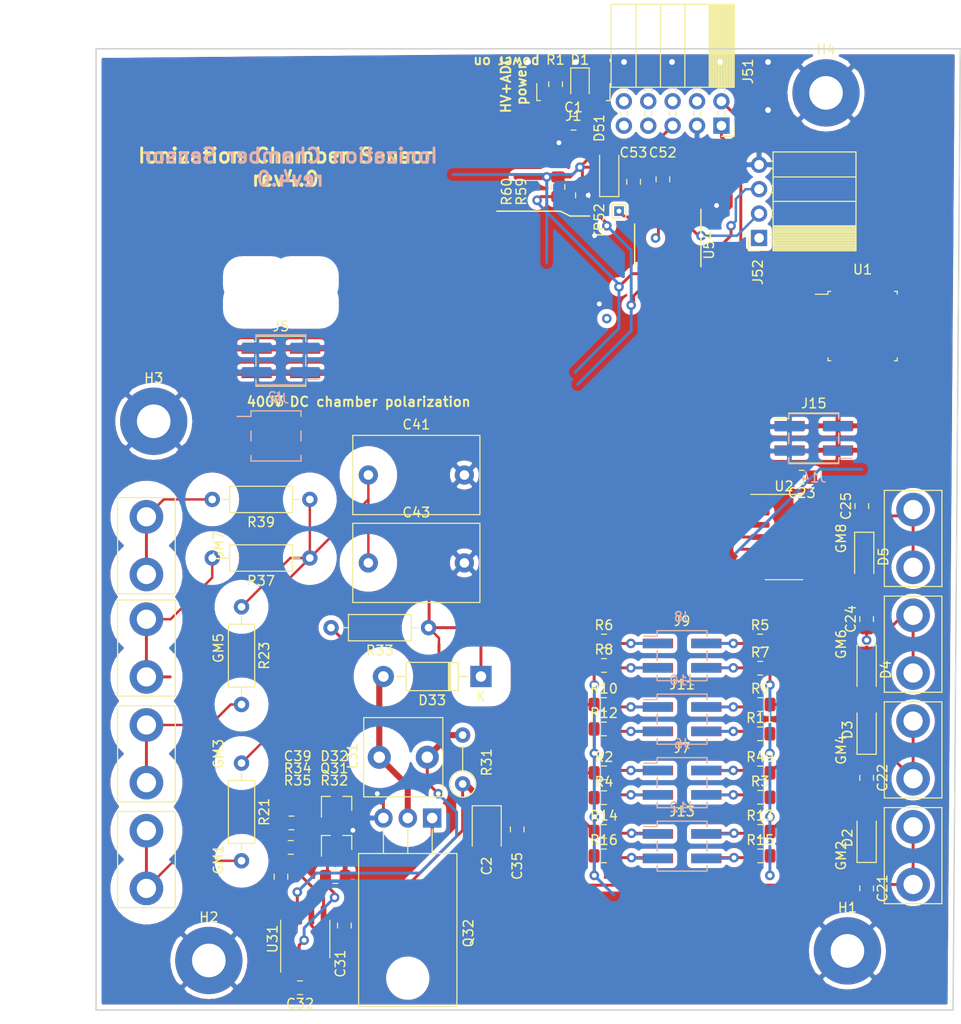
<source format=kicad_pcb>
(kicad_pcb (version 20171130) (host pcbnew "(5.1.2)-1")
  (layers (0 F.Cu signal) (31 B.Cu signal hide) (34 B.Paste user) (35 F.Paste user) (36 B.SilkS user) (37 F.SilkS user) (38 B.Mask user) (39 F.Mask user hide) (44 Edge.Cuts user))
  (net 0 "")
  (net 1 GND)
  (net 2 "Net-(C32-Pad1)")
  (net 3 "Net-(C39-Pad1)")
  (net 4 "Net-(D32-Pad1)")
  (net 5 "Net-(D32-Pad2)")
  (net 6 "Net-(D33-Pad2)")
  (net 7 "Net-(L31-Pad1)")
  (net 8 "Net-(R34-Pad2)")
  (net 9 "Net-(D1-Pad1)")
  (net 10 /DataAcquisition/SDA)
  (net 11 /DataAcquisition/SCL)
  (net 12 /DataAcquisition/SWIM)
  (net 13 /DataAcquisition/RST)
  (net 14 /DataAcquisition/VCC_PROG)
  (net 15 VCC_5V)
  (net 16 "Net-(C52-Pad2)")
  (net 17 /DataAcquisition/RX)
  (net 18 /DataAcquisition/TX)
  (net 19 "Net-(TP52-Pad1)")
  (net 20 "Net-(D2-Pad2)")
  (net 21 "Net-(C21-Pad1)")
  (net 22 "Net-(C22-Pad1)")
  (net 23 "Net-(C24-Pad1)")
  (net 24 "Net-(C25-Pad1)")
  (net 25 INT2)
  (net 26 INT1)
  (net 27 INT3)
  (net 28 INT4)
  (net 29 GM_LAMP_POLARIZATION)
  (net 30 "Net-(GM1-Pad1)")
  (net 31 "Net-(GM3-Pad1)")
  (net 32 "Net-(GM5-Pad1)")
  (net 33 "Net-(GM7-Pad1)")
  (net 34 "Net-(J6-Pad1)")
  (net 35 "Net-(J8-Pad4)")
  (net 36 "Net-(J8-Pad3)")
  (net 37 "Net-(J8-Pad2)")
  (net 38 "Net-(J8-Pad1)")
  (net 39 "Net-(J10-Pad4)")
  (net 40 "Net-(J10-Pad3)")
  (net 41 "Net-(J10-Pad2)")
  (net 42 "Net-(J10-Pad1)")
  (net 43 "Net-(J12-Pad4)")
  (net 44 "Net-(J12-Pad3)")
  (net 45 "Net-(J12-Pad2)")
  (net 46 "Net-(J12-Pad1)")
  (net 47 "Net-(J6-Pad4)")
  (net 48 "Net-(J6-Pad3)")
  (net 49 "Net-(J6-Pad2)")
  (module Connector_PinHeader_2.54mm:PinHeader_2x02_P2.54mm_Vertical_SMD (layer F.Cu) (at 166.784 113.792)
    (fp_text reference J9 (at 0 -3.6) (layer F.SilkS))
    (fp_text value Conn_02x02_Odd_Even)
    (pad 4 smd rect (at 2.525 1.27) (size 3.15 1) (layers F.Cu F.Paste F.Mask) (net 35 "Net-(J8-Pad4)"))
    (pad 3 smd rect (at -2.525 1.27) (size 3.15 1) (layers F.Cu F.Paste F.Mask) (net 36 "Net-(J8-Pad3)"))
    (pad 2 smd rect (at 2.525 -1.27) (size 3.15 1) (layers F.Cu F.Paste F.Mask) (net 37 "Net-(J8-Pad2)"))
    (pad 1 smd rect (at -2.525 -1.27) (size 3.15 1) (layers F.Cu F.Paste F.Mask) (net 38 "Net-(J8-Pad1)"))
  )
  (module Connector_PinHeader_2.54mm:PinHeader_2x02_P2.54mm_Vertical_SMD (layer F.Cu) (at 166.784 120.396)
    (fp_text reference J11 (at 0 -3.6) (layer F.SilkS))
    (fp_text value Conn_02x02_Odd_Even)
    (pad 4 smd rect (at 2.525 1.27) (size 3.15 1) (layers F.Cu F.Paste F.Mask) (net 39 "Net-(J10-Pad4)"))
    (pad 3 smd rect (at -2.525 1.27) (size 3.15 1) (layers F.Cu F.Paste F.Mask) (net 40 "Net-(J10-Pad3)"))
    (pad 2 smd rect (at 2.525 -1.27) (size 3.15 1) (layers F.Cu F.Paste F.Mask) (net 41 "Net-(J10-Pad2)"))
    (pad 1 smd rect (at -2.525 -1.27) (size 3.15 1) (layers F.Cu F.Paste F.Mask) (net 42 "Net-(J10-Pad1)"))
  )
  (module Resistor_SMD:R_0805_2012Metric_Pad1.15x1.40mm_HandSolder (layer F.Cu) (at 174.912 125.984)
    (fp_text reference R49 (at 0 -1.65) (layer F.SilkS))
    (fp_text value R)
    (pad 2 smd roundrect (at 1.025 0) (size 1.15 1.4) (layers F.Cu F.Paste F.Mask) (roundrect_rratio 0.217391) (net 26 INT1))
    (pad 1 smd roundrect (at -1.025 0) (size 1.15 1.4) (layers F.Cu F.Paste F.Mask) (roundrect_rratio 0.217391) (net 49 "Net-(J6-Pad2)"))
  )
  (module Connector_PinHeader_2.54mm:PinHeader_2x02_P2.54mm_Vertical_SMD (layer F.Cu) (at 166.784 133.604)
    (fp_text reference J13 (at 0 -3.6) (layer F.SilkS))
    (fp_text value Conn_02x02_Odd_Even)
    (pad 4 smd rect (at 2.525 1.27) (size 3.15 1) (layers F.Cu F.Paste F.Mask) (net 43 "Net-(J12-Pad4)"))
    (pad 3 smd rect (at -2.525 1.27) (size 3.15 1) (layers F.Cu F.Paste F.Mask) (net 44 "Net-(J12-Pad3)"))
    (pad 2 smd rect (at 2.525 -1.27) (size 3.15 1) (layers F.Cu F.Paste F.Mask) (net 45 "Net-(J12-Pad2)"))
    (pad 1 smd rect (at -2.525 -1.27) (size 3.15 1) (layers F.Cu F.Paste F.Mask) (net 46 "Net-(J12-Pad1)"))
  )
  (module Connector_PinSocket_2.54mm:PinSocket_2x02_P2.54mm_Vertical_SMD (layer B.Cu) (at 166.784 133.604 180)
    (fp_text reference J12 (at 0 4.04) (layer B.SilkS) (effects (justify mirror)))
    (fp_text value Conn_02x02_Odd_Even)
    (pad 4 smd rect (at -2.52 -1.27 180) (size 3 1) (layers B.Cu B.Paste B.Mask) (net 43 "Net-(J12-Pad4)"))
    (pad 3 smd rect (at 2.52 -1.27 180) (size 3 1) (layers B.Cu B.Paste B.Mask) (net 44 "Net-(J12-Pad3)"))
    (pad 2 smd rect (at -2.52 1.27 180) (size 3 1) (layers B.Cu B.Paste B.Mask) (net 45 "Net-(J12-Pad2)"))
    (pad 1 smd rect (at 2.52 1.27 180) (size 3 1) (layers B.Cu B.Paste B.Mask) (net 46 "Net-(J12-Pad1)"))
  )
  (module Connector_PinSocket_2.54mm:PinSocket_2x02_P2.54mm_Vertical_SMD (layer B.Cu) (at 166.784 120.396 180)
    (fp_text reference J10 (at 0 4.04) (layer B.SilkS) (effects (justify mirror)))
    (fp_text value Conn_02x02_Odd_Even)
    (pad 4 smd rect (at -2.52 -1.27 180) (size 3 1) (layers B.Cu B.Paste B.Mask) (net 39 "Net-(J10-Pad4)"))
    (pad 3 smd rect (at 2.52 -1.27 180) (size 3 1) (layers B.Cu B.Paste B.Mask) (net 40 "Net-(J10-Pad3)"))
    (pad 2 smd rect (at -2.52 1.27 180) (size 3 1) (layers B.Cu B.Paste B.Mask) (net 41 "Net-(J10-Pad2)"))
    (pad 1 smd rect (at 2.52 1.27 180) (size 3 1) (layers B.Cu B.Paste B.Mask) (net 42 "Net-(J10-Pad1)"))
  )
  (module Connector_PinSocket_2.54mm:PinSocket_2x02_P2.54mm_Vertical_SMD (layer B.Cu) (at 166.784 113.792 180)
    (fp_text reference J8 (at 0 4.04) (layer B.SilkS) (effects (justify mirror)))
    (fp_text value Conn_02x02_Odd_Even)
    (pad 4 smd rect (at -2.52 -1.27 180) (size 3 1) (layers B.Cu B.Paste B.Mask) (net 35 "Net-(J8-Pad4)"))
    (pad 3 smd rect (at 2.52 -1.27 180) (size 3 1) (layers B.Cu B.Paste B.Mask) (net 36 "Net-(J8-Pad3)"))
    (pad 2 smd rect (at -2.52 1.27 180) (size 3 1) (layers B.Cu B.Paste B.Mask) (net 37 "Net-(J8-Pad2)"))
    (pad 1 smd rect (at 2.52 1.27 180) (size 3 1) (layers B.Cu B.Paste B.Mask) (net 38 "Net-(J8-Pad1)"))
  )
  (module Capacitor_THT:C_Rect_L13.0mm_W8.0mm_P10.00mm_FKS3_FKP3_MKS4 (layer F.Cu) (at 134.112 104.14)
    (fp_text reference C43 (at 5 -5.25) (layer F.SilkS))
    (fp_text value 10n/600V)
    (pad 2 thru_hole circle (at 10 0) (size 2 2) (drill 1) (layers *.Cu *.Mask) (net 1 GND))
    (pad 1 thru_hole circle (at 0 0) (size 2 2) (drill 1) (layers *.Cu *.Mask) (net 29 GM_LAMP_POLARIZATION))
  )
  (module Capacitor_THT:C_Rect_L13.0mm_W8.0mm_P10.00mm_FKS3_FKP3_MKS4 (layer F.Cu) (at 134.112 94.996)
    (fp_text reference C41 (at 5 -5.25) (layer F.SilkS))
    (fp_text value 10n/600V)
    (pad 2 thru_hole circle (at 10 0) (size 2 2) (drill 1) (layers *.Cu *.Mask) (net 1 GND))
    (pad 1 thru_hole circle (at 0 0) (size 2 2) (drill 1) (layers *.Cu *.Mask) (net 29 GM_LAMP_POLARIZATION))
  )
  (module Resistor_SMD:R_0805_2012Metric_Pad1.15x1.40mm_HandSolder (layer F.Cu) (at 158.647 134.62)
    (fp_text reference R16 (at 0 -1.65) (layer F.SilkS))
    (fp_text value R)
    (pad 2 smd roundrect (at 1.025 0) (size 1.15 1.4) (layers F.Cu F.Paste F.Mask) (roundrect_rratio 0.217391) (net 44 "Net-(J12-Pad3)"))
    (pad 1 smd roundrect (at -1.025 0) (size 1.15 1.4) (layers F.Cu F.Paste F.Mask) (roundrect_rratio 0.217391) (net 28 INT4))
  )
  (module Resistor_SMD:R_0805_2012Metric_Pad1.15x1.40mm_HandSolder (layer F.Cu) (at 174.921 134.62)
    (fp_text reference R15 (at 0 -1.65) (layer F.SilkS))
    (fp_text value R)
    (pad 2 smd roundrect (at 1.025 0) (size 1.15 1.4) (layers F.Cu F.Paste F.Mask) (roundrect_rratio 0.217391) (net 25 INT2))
    (pad 1 smd roundrect (at -1.025 0) (size 1.15 1.4) (layers F.Cu F.Paste F.Mask) (roundrect_rratio 0.217391) (net 43 "Net-(J12-Pad4)"))
  )
  (module Resistor_SMD:R_0805_2012Metric_Pad1.15x1.40mm_HandSolder (layer F.Cu) (at 158.647 132.08)
    (fp_text reference R14 (at 0 -1.65) (layer F.SilkS))
    (fp_text value R)
    (pad 2 smd roundrect (at 1.025 0) (size 1.15 1.4) (layers F.Cu F.Paste F.Mask) (roundrect_rratio 0.217391) (net 46 "Net-(J12-Pad1)"))
    (pad 1 smd roundrect (at -1.025 0) (size 1.15 1.4) (layers F.Cu F.Paste F.Mask) (roundrect_rratio 0.217391) (net 27 INT3))
  )
  (module Resistor_SMD:R_0805_2012Metric_Pad1.15x1.40mm_HandSolder (layer F.Cu) (at 174.921 132.08)
    (fp_text reference R13 (at 0 -1.65) (layer F.SilkS))
    (fp_text value R)
    (pad 2 smd roundrect (at 1.025 0) (size 1.15 1.4) (layers F.Cu F.Paste F.Mask) (roundrect_rratio 0.217391) (net 26 INT1))
    (pad 1 smd roundrect (at -1.025 0) (size 1.15 1.4) (layers F.Cu F.Paste F.Mask) (roundrect_rratio 0.217391) (net 45 "Net-(J12-Pad2)"))
  )
  (module Resistor_SMD:R_0805_2012Metric_Pad1.15x1.40mm_HandSolder (layer F.Cu) (at 158.647 121.412)
    (fp_text reference R12 (at 0 -1.65) (layer F.SilkS))
    (fp_text value R)
    (pad 2 smd roundrect (at 1.025 0) (size 1.15 1.4) (layers F.Cu F.Paste F.Mask) (roundrect_rratio 0.217391) (net 40 "Net-(J10-Pad3)"))
    (pad 1 smd roundrect (at -1.025 0) (size 1.15 1.4) (layers F.Cu F.Paste F.Mask) (roundrect_rratio 0.217391) (net 28 INT4))
  )
  (module Resistor_SMD:R_0805_2012Metric_Pad1.15x1.40mm_HandSolder (layer F.Cu) (at 174.903 121.92)
    (fp_text reference R11 (at 0 -1.65) (layer F.SilkS))
    (fp_text value R)
    (pad 2 smd roundrect (at 1.025 0) (size 1.15 1.4) (layers F.Cu F.Paste F.Mask) (roundrect_rratio 0.217391) (net 25 INT2))
    (pad 1 smd roundrect (at -1.025 0) (size 1.15 1.4) (layers F.Cu F.Paste F.Mask) (roundrect_rratio 0.217391) (net 39 "Net-(J10-Pad4)"))
  )
  (module Resistor_SMD:R_0805_2012Metric_Pad1.15x1.40mm_HandSolder (layer F.Cu) (at 158.647 118.872)
    (fp_text reference R10 (at 0 -1.65) (layer F.SilkS))
    (fp_text value R)
    (pad 2 smd roundrect (at 1.025 0) (size 1.15 1.4) (layers F.Cu F.Paste F.Mask) (roundrect_rratio 0.217391) (net 42 "Net-(J10-Pad1)"))
    (pad 1 smd roundrect (at -1.025 0) (size 1.15 1.4) (layers F.Cu F.Paste F.Mask) (roundrect_rratio 0.217391) (net 27 INT3))
  )
  (module Resistor_SMD:R_0805_2012Metric_Pad1.15x1.40mm_HandSolder (layer F.Cu) (at 174.921 118.872)
    (fp_text reference R9 (at 0 -1.65) (layer F.SilkS))
    (fp_text value R)
    (pad 2 smd roundrect (at 1.025 0) (size 1.15 1.4) (layers F.Cu F.Paste F.Mask) (roundrect_rratio 0.217391) (net 26 INT1))
    (pad 1 smd roundrect (at -1.025 0) (size 1.15 1.4) (layers F.Cu F.Paste F.Mask) (roundrect_rratio 0.217391) (net 41 "Net-(J10-Pad2)"))
  )
  (module Resistor_SMD:R_0805_2012Metric_Pad1.15x1.40mm_HandSolder (layer F.Cu) (at 158.647 114.808)
    (fp_text reference R8 (at 0 -1.65) (layer F.SilkS))
    (fp_text value R)
    (pad 2 smd roundrect (at 1.025 0) (size 1.15 1.4) (layers F.Cu F.Paste F.Mask) (roundrect_rratio 0.217391) (net 36 "Net-(J8-Pad3)"))
    (pad 1 smd roundrect (at -1.025 0) (size 1.15 1.4) (layers F.Cu F.Paste F.Mask) (roundrect_rratio 0.217391) (net 28 INT4))
  )
  (module Resistor_SMD:R_0805_2012Metric_Pad1.15x1.40mm_HandSolder (layer F.Cu) (at 174.912 115.1)
    (fp_text reference R7 (at 0 -1.65) (layer F.SilkS))
    (fp_text value R)
    (pad 2 smd roundrect (at 1.025 0) (size 1.15 1.4) (layers F.Cu F.Paste F.Mask) (roundrect_rratio 0.217391) (net 25 INT2))
    (pad 1 smd roundrect (at -1.025 0) (size 1.15 1.4) (layers F.Cu F.Paste F.Mask) (roundrect_rratio 0.217391) (net 35 "Net-(J8-Pad4)"))
  )
  (module Resistor_SMD:R_0805_2012Metric_Pad1.15x1.40mm_HandSolder (layer F.Cu) (at 158.647 112.268)
    (fp_text reference R6 (at 0 -1.65) (layer F.SilkS))
    (fp_text value R)
    (pad 2 smd roundrect (at 1.025 0) (size 1.15 1.4) (layers F.Cu F.Paste F.Mask) (roundrect_rratio 0.217391) (net 38 "Net-(J8-Pad1)"))
    (pad 1 smd roundrect (at -1.025 0) (size 1.15 1.4) (layers F.Cu F.Paste F.Mask) (roundrect_rratio 0.217391) (net 27 INT3))
  )
  (module Resistor_SMD:R_0805_2012Metric_Pad1.15x1.40mm_HandSolder (layer F.Cu) (at 174.903 112.268)
    (fp_text reference R5 (at 0 -1.65) (layer F.SilkS))
    (fp_text value R)
    (pad 2 smd roundrect (at 1.025 0) (size 1.15 1.4) (layers F.Cu F.Paste F.Mask) (roundrect_rratio 0.217391) (net 26 INT1))
    (pad 1 smd roundrect (at -1.025 0) (size 1.15 1.4) (layers F.Cu F.Paste F.Mask) (roundrect_rratio 0.217391) (net 37 "Net-(J8-Pad2)"))
  )
  (module Resistor_SMD:R_0805_2012Metric_Pad1.15x1.40mm_HandSolder (layer F.Cu) (at 158.656 128.566)
    (fp_text reference R4 (at 0 -1.65) (layer F.SilkS))
    (fp_text value R)
    (pad 2 smd roundrect (at 1.025 0) (size 1.15 1.4) (layers F.Cu F.Paste F.Mask) (roundrect_rratio 0.217391) (net 48 "Net-(J6-Pad3)"))
    (pad 1 smd roundrect (at -1.025 0) (size 1.15 1.4) (layers F.Cu F.Paste F.Mask) (roundrect_rratio 0.217391) (net 28 INT4))
  )
  (module Resistor_SMD:R_0805_2012Metric_Pad1.15x1.40mm_HandSolder (layer F.Cu) (at 174.912 128.524)
    (fp_text reference R3 (at 0 -1.65) (layer F.SilkS))
    (fp_text value R)
    (pad 2 smd roundrect (at 1.025 0) (size 1.15 1.4) (layers F.Cu F.Paste F.Mask) (roundrect_rratio 0.217391) (net 25 INT2))
    (pad 1 smd roundrect (at -1.025 0) (size 1.15 1.4) (layers F.Cu F.Paste F.Mask) (roundrect_rratio 0.217391) (net 47 "Net-(J6-Pad4)"))
  )
  (module Resistor_SMD:R_0805_2012Metric_Pad1.15x1.40mm_HandSolder (layer F.Cu) (at 158.656 125.984)
    (fp_text reference R2 (at 0 -1.65) (layer F.SilkS))
    (fp_text value R)
    (pad 2 smd roundrect (at 1.025 0) (size 1.15 1.4) (layers F.Cu F.Paste F.Mask) (roundrect_rratio 0.217391) (net 34 "Net-(J6-Pad1)"))
    (pad 1 smd roundrect (at -1.025 0) (size 1.15 1.4) (layers F.Cu F.Paste F.Mask) (roundrect_rratio 0.217391) (net 27 INT3))
  )
  (module Connector_PinHeader_2.54mm:PinHeader_2x02_P2.54mm_Vertical_SMD (layer F.Cu) (at 180.5 91.15)
    (fp_text reference J15 (at 0 -3.6) (layer F.SilkS))
    (fp_text value Conn_02x02_Odd_Even)
    (pad 4 smd rect (at 2.525 1.27) (size 3.15 1) (layers F.Cu F.Paste F.Mask) (net 1 GND))
    (pad 3 smd rect (at -2.525 1.27) (size 3.15 1) (layers F.Cu F.Paste F.Mask) (net 15 VCC_5V))
    (pad 2 smd rect (at 2.525 -1.27) (size 3.15 1) (layers F.Cu F.Paste F.Mask) (net 1 GND))
    (pad 1 smd rect (at -2.525 -1.27) (size 3.15 1) (layers F.Cu F.Paste F.Mask) (net 15 VCC_5V))
  )
  (module Connector_PinSocket_2.54mm:PinSocket_2x02_P2.54mm_Vertical_SMD (layer B.Cu) (at 180.48 91.23)
    (fp_text reference J14 (at 0 4.04) (layer B.SilkS) (effects (justify mirror)))
    (fp_text value Conn_02x02_Odd_Even)
    (pad 4 smd rect (at -2.52 -1.27) (size 3 1) (layers B.Cu B.Paste B.Mask) (net 1 GND))
    (pad 3 smd rect (at 2.52 -1.27) (size 3 1) (layers B.Cu B.Paste B.Mask) (net 15 VCC_5V))
    (pad 2 smd rect (at -2.52 1.27) (size 3 1) (layers B.Cu B.Paste B.Mask) (net 1 GND))
    (pad 1 smd rect (at 2.52 1.27) (size 3 1) (layers B.Cu B.Paste B.Mask) (net 15 VCC_5V))
  )
  (module Connector_PinHeader_2.54mm:PinHeader_2x02_P2.54mm_Vertical_SMD (layer F.Cu) (at 166.784 127)
    (fp_text reference J7 (at 0 -3.6) (layer F.SilkS))
    (fp_text value Conn_02x02_Odd_Even)
    (pad 4 smd rect (at 2.525 1.27) (size 3.15 1) (layers F.Cu F.Paste F.Mask) (net 47 "Net-(J6-Pad4)"))
    (pad 3 smd rect (at -2.525 1.27) (size 3.15 1) (layers F.Cu F.Paste F.Mask) (net 48 "Net-(J6-Pad3)"))
    (pad 2 smd rect (at 2.525 -1.27) (size 3.15 1) (layers F.Cu F.Paste F.Mask) (net 49 "Net-(J6-Pad2)"))
    (pad 1 smd rect (at -2.525 -1.27) (size 3.15 1) (layers F.Cu F.Paste F.Mask) (net 34 "Net-(J6-Pad1)"))
  )
  (module Connector_PinSocket_2.54mm:PinSocket_2x02_P2.54mm_Vertical_SMD (layer B.Cu) (at 166.784 127 180)
    (fp_text reference J6 (at 0 4.04) (layer B.SilkS) (effects (justify mirror)))
    (fp_text value Conn_02x02_Odd_Even)
    (pad 4 smd rect (at -2.52 -1.27 180) (size 3 1) (layers B.Cu B.Paste B.Mask) (net 47 "Net-(J6-Pad4)"))
    (pad 3 smd rect (at 2.52 -1.27 180) (size 3 1) (layers B.Cu B.Paste B.Mask) (net 48 "Net-(J6-Pad3)"))
    (pad 2 smd rect (at -2.52 1.27 180) (size 3 1) (layers B.Cu B.Paste B.Mask) (net 49 "Net-(J6-Pad2)"))
    (pad 1 smd rect (at 2.52 1.27 180) (size 3 1) (layers B.Cu B.Paste B.Mask) (net 34 "Net-(J6-Pad1)"))
  )
  (module Connector_PinHeader_2.54mm:PinHeader_2x02_P2.54mm_Vertical_SMD (layer F.Cu) (at 125 83.15)
    (fp_text reference J5 (at 0 -3.6) (layer F.SilkS))
    (fp_text value Conn_02x02_Odd_Even)
    (pad 4 smd rect (at 2.525 1.27) (size 3.15 1) (layers F.Cu F.Paste F.Mask) (net 1 GND))
    (pad 3 smd rect (at -2.525 1.27) (size 3.15 1) (layers F.Cu F.Paste F.Mask) (net 1 GND))
    (pad 2 smd rect (at 2.525 -1.27) (size 3.15 1) (layers F.Cu F.Paste F.Mask) (net 1 GND))
    (pad 1 smd rect (at -2.525 -1.27) (size 3.15 1) (layers F.Cu F.Paste F.Mask) (net 1 GND))
  )
  (module Connector_PinSocket_2.54mm:PinSocket_2x02_P2.54mm_Vertical_SMD (layer B.Cu) (at 125 83)
    (fp_text reference J4 (at 0 4.04) (layer B.SilkS) (effects (justify mirror)))
    (fp_text value Conn_02x02_Odd_Even)
    (pad 4 smd rect (at -2.52 -1.27) (size 3 1) (layers B.Cu B.Paste B.Mask) (net 1 GND))
    (pad 3 smd rect (at 2.52 -1.27) (size 3 1) (layers B.Cu B.Paste B.Mask) (net 1 GND))
    (pad 2 smd rect (at -2.52 1.27) (size 3 1) (layers B.Cu B.Paste B.Mask) (net 1 GND))
    (pad 1 smd rect (at 2.52 1.27) (size 3 1) (layers B.Cu B.Paste B.Mask) (net 1 GND))
  )
  (module Connector_PinHeader_2.54mm:PinHeader_2x02_P2.54mm_Vertical_SMD (layer F.Cu) (at 124.492 90.932)
    (fp_text reference J3 (at 0 -3.6) (layer F.SilkS))
    (fp_text value Conn_02x02_Odd_Even)
    (pad 4 smd rect (at 2.525 1.27) (size 3.15 1) (layers F.Cu F.Paste F.Mask) (net 29 GM_LAMP_POLARIZATION))
    (pad 3 smd rect (at -2.525 1.27) (size 3.15 1) (layers F.Cu F.Paste F.Mask) (net 29 GM_LAMP_POLARIZATION))
    (pad 2 smd rect (at 2.525 -1.27) (size 3.15 1) (layers F.Cu F.Paste F.Mask) (net 29 GM_LAMP_POLARIZATION))
    (pad 1 smd rect (at -2.525 -1.27) (size 3.15 1) (layers F.Cu F.Paste F.Mask) (net 29 GM_LAMP_POLARIZATION))
  )
  (module Connector_PinSocket_2.54mm:PinSocket_2x02_P2.54mm_Vertical_SMD (layer B.Cu) (at 124.492 90.932 180)
    (fp_text reference J2 (at 0 4.04) (layer B.SilkS) (effects (justify mirror)))
    (fp_text value Conn_02x02_Odd_Even)
    (pad 4 smd rect (at -2.52 -1.27 180) (size 3 1) (layers B.Cu B.Paste B.Mask) (net 29 GM_LAMP_POLARIZATION))
    (pad 3 smd rect (at 2.52 -1.27 180) (size 3 1) (layers B.Cu B.Paste B.Mask) (net 29 GM_LAMP_POLARIZATION))
    (pad 2 smd rect (at -2.52 1.27 180) (size 3 1) (layers B.Cu B.Paste B.Mask) (net 29 GM_LAMP_POLARIZATION))
    (pad 1 smd rect (at 2.52 1.27 180) (size 3 1) (layers B.Cu B.Paste B.Mask) (net 29 GM_LAMP_POLARIZATION))
  )
  (module Diode_SMD:D_MiniMELF (layer F.Cu) (at 185.75 103.5 270)
    (fp_text reference D5 (at 0 -2 90) (layer F.SilkS))
    (fp_text value D_Zener)
    (pad 2 smd rect (at 1.75 0 270) (size 1.3 1.7) (layers F.Cu F.Paste F.Mask) (net 1 GND))
    (pad 1 smd rect (at -1.75 0 270) (size 1.3 1.7) (layers F.Cu F.Paste F.Mask) (net 24 "Net-(C25-Pad1)"))
  )
  (module Diode_SMD:D_MiniMELF (layer F.Cu) (at 186 115.25 270)
    (fp_text reference D4 (at 0 -2 90) (layer F.SilkS))
    (fp_text value D_Zener)
    (pad 2 smd rect (at 1.75 0 270) (size 1.3 1.7) (layers F.Cu F.Paste F.Mask) (net 1 GND))
    (pad 1 smd rect (at -1.75 0 270) (size 1.3 1.7) (layers F.Cu F.Paste F.Mask) (net 23 "Net-(C24-Pad1)"))
  )
  (module Diode_SMD:D_MiniMELF (layer F.Cu) (at 186 121.5 90)
    (fp_text reference D3 (at 0 -2 90) (layer F.SilkS))
    (fp_text value D_Zener)
    (pad 2 smd rect (at 1.75 0 90) (size 1.3 1.7) (layers F.Cu F.Paste F.Mask) (net 1 GND))
    (pad 1 smd rect (at -1.75 0 90) (size 1.3 1.7) (layers F.Cu F.Paste F.Mask) (net 22 "Net-(C22-Pad1)"))
  )
  (module Diode_SMD:D_MiniMELF (layer F.Cu) (at 186 132.75 90)
    (fp_text reference D2 (at 0 -2 90) (layer F.SilkS))
    (fp_text value D_Zener)
    (pad 2 smd rect (at 1.75 0 90) (size 1.3 1.7) (layers F.Cu F.Paste F.Mask) (net 1 GND))
    (pad 1 smd rect (at -1.75 0 90) (size 1.3 1.7) (layers F.Cu F.Paste F.Mask) (net 21 "Net-(C21-Pad1)"))
  )
  (module Package_SO:SOIC-14_3.9x8.7mm_P1.27mm (layer F.Cu) (at 177.392 101.45)
    (fp_text reference U2 (at 0 -5.28) (layer F.SilkS))
    (fp_text value 74LS14)
    (pad 14 smd roundrect (at 2.475 -3.81) (size 1.95 0.6) (layers F.Cu F.Paste F.Mask) (net 15 VCC_5V))
    (pad 13 smd roundrect (at 2.475 -2.54) (size 1.95 0.6) (layers F.Cu F.Paste F.Mask) (net 1 GND))
    (pad 12 smd roundrect (at 2.475 -1.27) (size 1.95 0.6) (layers F.Cu F.Paste F.Mask))
    (pad 11 smd roundrect (at 2.475 0) (size 1.95 0.6) (layers F.Cu F.Paste F.Mask) (net 1 GND))
    (pad 10 smd roundrect (at 2.475 1.27) (size 1.95 0.6) (layers F.Cu F.Paste F.Mask))
    (pad 9 smd roundrect (at 2.475 2.54) (size 1.95 0.6) (layers F.Cu F.Paste F.Mask) (net 24 "Net-(C25-Pad1)"))
    (pad 8 smd roundrect (at 2.475 3.81) (size 1.95 0.6) (layers F.Cu F.Paste F.Mask) (net 28 INT4))
    (pad 7 smd roundrect (at -2.475 3.81) (size 1.95 0.6) (layers F.Cu F.Paste F.Mask) (net 1 GND))
    (pad 6 smd roundrect (at -2.475 2.54) (size 1.95 0.6) (layers F.Cu F.Paste F.Mask) (net 27 INT3))
    (pad 5 smd roundrect (at -2.475 1.27) (size 1.95 0.6) (layers F.Cu F.Paste F.Mask) (net 23 "Net-(C24-Pad1)"))
    (pad 4 smd roundrect (at -2.475 0) (size 1.95 0.6) (layers F.Cu F.Paste F.Mask) (net 25 INT2))
    (pad 3 smd roundrect (at -2.475 -1.27) (size 1.95 0.6) (layers F.Cu F.Paste F.Mask) (net 22 "Net-(C22-Pad1)"))
    (pad 2 smd roundrect (at -2.475 -2.54) (size 1.95 0.6) (layers F.Cu F.Paste F.Mask) (net 26 INT1))
    (pad 1 smd roundrect (at -2.475 -3.81) (size 1.95 0.6) (layers F.Cu F.Paste F.Mask) (net 21 "Net-(C21-Pad1)"))
  )
  (module MuonDetector:GeigerTube (layer F.Cu) (at 182.84 101.595 90)
    (fp_text reference GM8 (at 0 0.5 90) (layer F.SilkS))
    (fp_text value GM-)
    (pad 1 thru_hole circle (at -3 8 90) (size 3.5 3.5) (drill 2) (layers *.Cu *.Mask) (net 24 "Net-(C25-Pad1)"))
    (pad 1 thru_hole circle (at 3 8 90) (size 3.5 3.5) (drill 2) (layers *.Cu *.Mask) (net 24 "Net-(C25-Pad1)"))
  )
  (module MuonDetector:GeigerTube (layer F.Cu) (at 119 102.345 270)
    (fp_text reference GM7 (at 0 0.5 90) (layer F.SilkS))
    (fp_text value GM+)
    (pad 1 thru_hole circle (at -3 8 270) (size 3.5 3.5) (drill 2) (layers *.Cu *.Mask) (net 33 "Net-(GM7-Pad1)"))
    (pad 1 thru_hole circle (at 3 8 270) (size 3.5 3.5) (drill 2) (layers *.Cu *.Mask) (net 33 "Net-(GM7-Pad1)"))
  )
  (module MuonDetector:GeigerTube (layer F.Cu) (at 182.84 112.595 90)
    (fp_text reference GM6 (at 0 0.5 90) (layer F.SilkS))
    (fp_text value GM-)
    (pad 1 thru_hole circle (at -3 8 90) (size 3.5 3.5) (drill 2) (layers *.Cu *.Mask) (net 23 "Net-(C24-Pad1)"))
    (pad 1 thru_hole circle (at 3 8 90) (size 3.5 3.5) (drill 2) (layers *.Cu *.Mask) (net 23 "Net-(C24-Pad1)"))
  )
  (module MuonDetector:GeigerTube (layer F.Cu) (at 119 113 270)
    (fp_text reference GM5 (at 0 0.5 90) (layer F.SilkS))
    (fp_text value GM+)
    (pad 1 thru_hole circle (at -3 8 270) (size 3.5 3.5) (drill 2) (layers *.Cu *.Mask) (net 32 "Net-(GM5-Pad1)"))
    (pad 1 thru_hole circle (at 3 8 270) (size 3.5 3.5) (drill 2) (layers *.Cu *.Mask) (net 32 "Net-(GM5-Pad1)"))
  )
  (module MuonDetector:GeigerTube (layer F.Cu) (at 182.84 123.595 90)
    (fp_text reference GM4 (at 0 0.5 90) (layer F.SilkS))
    (fp_text value GM-)
    (pad 1 thru_hole circle (at -3 8 90) (size 3.5 3.5) (drill 2) (layers *.Cu *.Mask) (net 22 "Net-(C22-Pad1)"))
    (pad 1 thru_hole circle (at 3 8 90) (size 3.5 3.5) (drill 2) (layers *.Cu *.Mask) (net 22 "Net-(C22-Pad1)"))
  )
  (module MuonDetector:GeigerTube (layer F.Cu) (at 119 124 270)
    (fp_text reference GM3 (at 0 0.5 90) (layer F.SilkS))
    (fp_text value GM+)
    (pad 1 thru_hole circle (at -3 8 270) (size 3.5 3.5) (drill 2) (layers *.Cu *.Mask) (net 31 "Net-(GM3-Pad1)"))
    (pad 1 thru_hole circle (at 3 8 270) (size 3.5 3.5) (drill 2) (layers *.Cu *.Mask) (net 31 "Net-(GM3-Pad1)"))
  )
  (module MuonDetector:GeigerTube (layer F.Cu) (at 182.84 134.595 90)
    (fp_text reference GM2 (at 0 0.5 90) (layer F.SilkS))
    (fp_text value GM-)
    (pad 1 thru_hole circle (at -3 8 90) (size 3.5 3.5) (drill 2) (layers *.Cu *.Mask) (net 21 "Net-(C21-Pad1)"))
    (pad 1 thru_hole circle (at 3 8 90) (size 3.5 3.5) (drill 2) (layers *.Cu *.Mask) (net 21 "Net-(C21-Pad1)"))
  )
  (module MuonDetector:GeigerTube (layer F.Cu) (at 119 135 270)
    (fp_text reference GM1 (at 0 0.5 90) (layer F.SilkS))
    (fp_text value GM+)
    (pad 1 thru_hole circle (at -3 8 270) (size 3.5 3.5) (drill 2) (layers *.Cu *.Mask) (net 30 "Net-(GM1-Pad1)"))
    (pad 1 thru_hole circle (at 3 8 270) (size 3.5 3.5) (drill 2) (layers *.Cu *.Mask) (net 30 "Net-(GM1-Pad1)"))
  )
  (module MountingHole:MountingHole_3.5mm_Pad (layer F.Cu) (at 181.77 55.245)
    (fp_text reference H4 (at 0 -4.5) (layer F.SilkS))
    (fp_text value MountingHole_Pad)
    (pad 1 thru_hole circle (at 0 0) (size 7 7) (drill 3.5) (layers *.Cu *.Mask) (net 1 GND))
  )
  (module MountingHole:MountingHole_3.5mm_Pad (layer F.Cu) (at 111.76 89.408)
    (fp_text reference H3 (at 0 -4.5) (layer F.SilkS))
    (fp_text value MountingHole_Pad)
    (pad 1 thru_hole circle (at 0 0) (size 7 7) (drill 3.5) (layers *.Cu *.Mask) (net 1 GND))
  )
  (module MountingHole:MountingHole_3.5mm_Pad (layer F.Cu) (at 117.5 145.5)
    (fp_text reference H2 (at 0 -4.5) (layer F.SilkS))
    (fp_text value MountingHole_Pad)
    (pad 1 thru_hole circle (at 0 0) (size 7 7) (drill 3.5) (layers *.Cu *.Mask) (net 1 GND))
  )
  (module MountingHole:MountingHole_3.5mm_Pad (layer F.Cu) (at 184 144.5)
    (fp_text reference H1 (at 0 -4.5) (layer F.SilkS))
    (fp_text value MountingHole_Pad)
    (pad 1 thru_hole circle (at 0 0) (size 7 7) (drill 3.5) (layers *.Cu *.Mask) (net 1 GND))
  )
  (module Resistor_THT:R_Axial_DIN0207_L6.3mm_D2.5mm_P10.16mm_Horizontal (layer F.Cu) (at 128.016 97.536 180)
    (fp_text reference R39 (at 5.08 -2.37) (layer F.SilkS))
    (fp_text value R)
    (pad 2 thru_hole oval (at 10.16 0 180) (size 1.6 1.6) (drill 0.8) (layers *.Cu *.Mask) (net 33 "Net-(GM7-Pad1)"))
    (pad 1 thru_hole circle (at 0 0 180) (size 1.6 1.6) (drill 0.8) (layers *.Cu *.Mask) (net 29 GM_LAMP_POLARIZATION))
  )
  (module Resistor_THT:R_Axial_DIN0207_L6.3mm_D2.5mm_P10.16mm_Horizontal (layer F.Cu) (at 128.016 103.632 180)
    (fp_text reference R37 (at 5.08 -2.37) (layer F.SilkS))
    (fp_text value R)
    (pad 2 thru_hole oval (at 10.16 0 180) (size 1.6 1.6) (drill 0.8) (layers *.Cu *.Mask) (net 32 "Net-(GM5-Pad1)"))
    (pad 1 thru_hole circle (at 0 0 180) (size 1.6 1.6) (drill 0.8) (layers *.Cu *.Mask) (net 29 GM_LAMP_POLARIZATION))
  )
  (module Resistor_THT:R_Axial_DIN0207_L6.3mm_D2.5mm_P10.16mm_Horizontal (layer F.Cu) (at 120.904 108.712 270)
    (fp_text reference R23 (at 5.08 -2.37 90) (layer F.SilkS))
    (fp_text value R)
    (pad 2 thru_hole oval (at 10.16 0 270) (size 1.6 1.6) (drill 0.8) (layers *.Cu *.Mask) (net 31 "Net-(GM3-Pad1)"))
    (pad 1 thru_hole circle (at 0 0 270) (size 1.6 1.6) (drill 0.8) (layers *.Cu *.Mask) (net 29 GM_LAMP_POLARIZATION))
  )
  (module Resistor_THT:R_Axial_DIN0207_L6.3mm_D2.5mm_P10.16mm_Horizontal (layer F.Cu) (at 120.904 124.968 270)
    (fp_text reference R21 (at 5.08 -2.37 90) (layer F.SilkS))
    (fp_text value R)
    (pad 2 thru_hole oval (at 10.16 0 270) (size 1.6 1.6) (drill 0.8) (layers *.Cu *.Mask) (net 30 "Net-(GM1-Pad1)"))
    (pad 1 thru_hole circle (at 0 0 270) (size 1.6 1.6) (drill 0.8) (layers *.Cu *.Mask) (net 29 GM_LAMP_POLARIZATION))
  )
  (module Package_QFP:LQFP-32_7x7mm_P0.8mm (layer F.Cu) (at 185.58 79.502)
    (fp_text reference U1 (at 0 -5.88) (layer F.SilkS))
    (fp_text value STM32F030K6Tx)
    (pad 32 smd roundrect (at -2.8 -4.175) (size 0.5 1.5) (layers F.Cu F.Paste F.Mask) (net 1 GND))
    (pad 31 smd roundrect (at -2 -4.175) (size 0.5 1.5) (layers F.Cu F.Paste F.Mask))
    (pad 30 smd roundrect (at -1.2 -4.175) (size 0.5 1.5) (layers F.Cu F.Paste F.Mask))
    (pad 29 smd roundrect (at -0.4 -4.175) (size 0.5 1.5) (layers F.Cu F.Paste F.Mask))
    (pad 28 smd roundrect (at 0.4 -4.175) (size 0.5 1.5) (layers F.Cu F.Paste F.Mask))
    (pad 27 smd roundrect (at 1.2 -4.175) (size 0.5 1.5) (layers F.Cu F.Paste F.Mask))
    (pad 26 smd roundrect (at 2 -4.175) (size 0.5 1.5) (layers F.Cu F.Paste F.Mask))
    (pad 25 smd roundrect (at 2.8 -4.175) (size 0.5 1.5) (layers F.Cu F.Paste F.Mask))
    (pad 24 smd roundrect (at 4.175 -2.8) (size 1.5 0.5) (layers F.Cu F.Paste F.Mask))
    (pad 23 smd roundrect (at 4.175 -2) (size 1.5 0.5) (layers F.Cu F.Paste F.Mask))
    (pad 22 smd roundrect (at 4.175 -1.2) (size 1.5 0.5) (layers F.Cu F.Paste F.Mask))
    (pad 21 smd roundrect (at 4.175 -0.4) (size 1.5 0.5) (layers F.Cu F.Paste F.Mask))
    (pad 20 smd roundrect (at 4.175 0.4) (size 1.5 0.5) (layers F.Cu F.Paste F.Mask))
    (pad 19 smd roundrect (at 4.175 1.2) (size 1.5 0.5) (layers F.Cu F.Paste F.Mask))
    (pad 18 smd roundrect (at 4.175 2) (size 1.5 0.5) (layers F.Cu F.Paste F.Mask))
    (pad 17 smd roundrect (at 4.175 2.8) (size 1.5 0.5) (layers F.Cu F.Paste F.Mask) (net 14 /DataAcquisition/VCC_PROG))
    (pad 16 smd roundrect (at 2.8 4.175) (size 0.5 1.5) (layers F.Cu F.Paste F.Mask) (net 1 GND))
    (pad 15 smd roundrect (at 2 4.175) (size 0.5 1.5) (layers F.Cu F.Paste F.Mask))
    (pad 14 smd roundrect (at 1.2 4.175) (size 0.5 1.5) (layers F.Cu F.Paste F.Mask))
    (pad 13 smd roundrect (at 0.4 4.175) (size 0.5 1.5) (layers F.Cu F.Paste F.Mask))
    (pad 12 smd roundrect (at -0.4 4.175) (size 0.5 1.5) (layers F.Cu F.Paste F.Mask))
    (pad 11 smd roundrect (at -1.2 4.175) (size 0.5 1.5) (layers F.Cu F.Paste F.Mask))
    (pad 10 smd roundrect (at -2 4.175) (size 0.5 1.5) (layers F.Cu F.Paste F.Mask))
    (pad 9 smd roundrect (at -2.8 4.175) (size 0.5 1.5) (layers F.Cu F.Paste F.Mask))
    (pad 8 smd roundrect (at -4.175 2.8) (size 1.5 0.5) (layers F.Cu F.Paste F.Mask))
    (pad 7 smd roundrect (at -4.175 2) (size 1.5 0.5) (layers F.Cu F.Paste F.Mask))
    (pad 6 smd roundrect (at -4.175 1.2) (size 1.5 0.5) (layers F.Cu F.Paste F.Mask))
    (pad 5 smd roundrect (at -4.175 0.4) (size 1.5 0.5) (layers F.Cu F.Paste F.Mask) (net 14 /DataAcquisition/VCC_PROG))
    (pad 4 smd roundrect (at -4.175 -0.4) (size 1.5 0.5) (layers F.Cu F.Paste F.Mask) (net 13 /DataAcquisition/RST))
    (pad 3 smd roundrect (at -4.175 -1.2) (size 1.5 0.5) (layers F.Cu F.Paste F.Mask) (net 11 /DataAcquisition/SCL))
    (pad 2 smd roundrect (at -4.175 -2) (size 1.5 0.5) (layers F.Cu F.Paste F.Mask) (net 10 /DataAcquisition/SDA))
    (pad 1 smd roundrect (at -4.175 -2.8) (size 1.5 0.5) (layers F.Cu F.Paste F.Mask) (net 14 /DataAcquisition/VCC_PROG))
  )
  (module Capacitor_SMD:C_0805_2012Metric_Pad1.15x1.40mm_HandSolder (layer F.Cu) (at 185.5 98.225 90)
    (fp_text reference C25 (at 0 -1.65 90) (layer F.SilkS))
    (fp_text value C)
    (pad 2 smd roundrect (at 1.025 0 90) (size 1.15 1.4) (layers F.Cu F.Paste F.Mask) (roundrect_rratio 0.217391) (net 1 GND))
    (pad 1 smd roundrect (at -1.025 0 90) (size 1.15 1.4) (layers F.Cu F.Paste F.Mask) (roundrect_rratio 0.217391) (net 24 "Net-(C25-Pad1)"))
  )
  (module Capacitor_SMD:C_0805_2012Metric_Pad1.15x1.40mm_HandSolder (layer F.Cu) (at 186 109.975 90)
    (fp_text reference C24 (at 0 -1.65 90) (layer F.SilkS))
    (fp_text value C)
    (pad 2 smd roundrect (at 1.025 0 90) (size 1.15 1.4) (layers F.Cu F.Paste F.Mask) (roundrect_rratio 0.217391) (net 1 GND))
    (pad 1 smd roundrect (at -1.025 0 90) (size 1.15 1.4) (layers F.Cu F.Paste F.Mask) (roundrect_rratio 0.217391) (net 23 "Net-(C24-Pad1)"))
  )
  (module Capacitor_SMD:C_0805_2012Metric_Pad1.15x1.40mm_HandSolder (layer F.Cu) (at 179.242 95.22 180)
    (fp_text reference C23 (at 0 -1.65) (layer F.SilkS))
    (fp_text value C)
    (pad 2 smd roundrect (at 1.025 0 180) (size 1.15 1.4) (layers F.Cu F.Paste F.Mask) (roundrect_rratio 0.217391) (net 1 GND))
    (pad 1 smd roundrect (at -1.025 0 180) (size 1.15 1.4) (layers F.Cu F.Paste F.Mask) (roundrect_rratio 0.217391) (net 15 VCC_5V))
  )
  (module Capacitor_SMD:C_0805_2012Metric_Pad1.15x1.40mm_HandSolder (layer F.Cu) (at 186 126.5 270)
    (fp_text reference C22 (at 0 -1.65 90) (layer F.SilkS))
    (fp_text value C)
    (pad 2 smd roundrect (at 1.025 0 270) (size 1.15 1.4) (layers F.Cu F.Paste F.Mask) (roundrect_rratio 0.217391) (net 1 GND))
    (pad 1 smd roundrect (at -1.025 0 270) (size 1.15 1.4) (layers F.Cu F.Paste F.Mask) (roundrect_rratio 0.217391) (net 22 "Net-(C22-Pad1)"))
  )
  (module Capacitor_SMD:C_0805_2012Metric_Pad1.15x1.40mm_HandSolder (layer F.Cu) (at 186 138 270)
    (fp_text reference C21 (at 0 -1.65 90) (layer F.SilkS))
    (fp_text value C)
    (pad 2 smd roundrect (at 1.025 0 270) (size 1.15 1.4) (layers F.Cu F.Paste F.Mask) (roundrect_rratio 0.217391) (net 1 GND))
    (pad 1 smd roundrect (at -1.025 0 270) (size 1.15 1.4) (layers F.Cu F.Paste F.Mask) (roundrect_rratio 0.217391) (net 21 "Net-(C21-Pad1)"))
  )
  (module LED_SMD:LED_0805_2012Metric (layer F.Cu) (at 156.148 54.339 270)
    (fp_text reference D1 (at -2.54 0.016) (layer F.SilkS))
    (fp_text value red)
    (pad 2 smd roundrect (at 0.9375 0 270) (size 0.975 1.4) (layers F.Cu F.Paste F.Mask) (net 15 VCC_5V))
    (pad 1 smd roundrect (at -0.9375 0 270) (size 0.975 1.4) (layers F.Cu F.Paste F.Mask) (net 9 "Net-(D1-Pad1)"))
  )
  (module Capacitor_SMD:C_0805_2012Metric_Pad1.15x1.40mm_HandSolder (layer F.Cu) (at 155.473 58.403)
    (fp_text reference C1 (at 0 -1.65 180) (layer F.SilkS))
    (fp_text value 100n)
    (pad 2 smd roundrect (at 1.025 0) (size 1.15 1.4) (layers F.Cu F.Paste F.Mask) (roundrect_rratio 0.217391) (net 15 VCC_5V))
    (pad 1 smd roundrect (at -1.025 0) (size 1.15 1.4) (layers F.Cu F.Paste F.Mask) (roundrect_rratio 0.217391) (net 1 GND))
  )
  (module Connector_USB:USB_Micro-B_Molex_47346-0001 (layer F.Cu) (at 155.464 54.339 180)
    (fp_text reference J1 (at 0 -3.3) (layer F.SilkS))
    (fp_text value USB_B_Micro)
    (pad 6 smd rect (at 0.84 1.2 180) (size 1.175 1.9) (layers F.Cu F.Paste F.Mask) (net 1 GND))
    (pad 6 smd rect (at -0.84 1.2 180) (size 1.175 1.9) (layers F.Cu F.Paste F.Mask) (net 1 GND))
    (pad 6 smd rect (at 2.91 1.2 180) (size 2.375 1.9) (layers F.Cu F.Paste F.Mask) (net 1 GND))
    (pad 6 smd rect (at -2.91 1.2 180) (size 2.375 1.9) (layers F.Cu F.Paste F.Mask) (net 1 GND))
    (pad 6 smd rect (at 2.4625 -1.1 180) (size 1.475 2.1) (layers F.Cu F.Paste F.Mask) (net 1 GND))
    (pad 6 smd rect (at -2.4625 -1.1 180) (size 1.475 2.1) (layers F.Cu F.Paste F.Mask) (net 1 GND))
    (pad 5 smd rect (at 1.3 -1.46 180) (size 0.45 1.38) (layers F.Cu F.Paste F.Mask) (net 1 GND))
    (pad 4 smd rect (at 0.65 -1.46 180) (size 0.45 1.38) (layers F.Cu F.Paste F.Mask))
    (pad 3 smd rect (at 0 -1.46 180) (size 0.45 1.38) (layers F.Cu F.Paste F.Mask))
    (pad 2 smd rect (at -0.65 -1.46 180) (size 0.45 1.38) (layers F.Cu F.Paste F.Mask))
    (pad 1 smd rect (at -1.3 -1.46 180) (size 0.45 1.38) (layers F.Cu F.Paste F.Mask) (net 15 VCC_5V))
  )
  (module TestPoint:TestPoint_THTPad_1.0x1.0mm_Drill0.5mm (layer F.Cu) (at 160.212 67.547 270)
    (fp_text reference TP52 (at 1.016 2.048 90) (layer F.SilkS))
    (fp_text value TestPoint)
    (pad 1 thru_hole rect (at 0 0 270) (size 1 1) (drill 0.5) (layers *.Cu *.Mask) (net 19 "Net-(TP52-Pad1)"))
  )
  (module Resistor_SMD:R_0805_2012Metric_Pad1.15x1.40mm_HandSolder (layer F.Cu) (at 153.862 65.016 90)
    (fp_text reference R60 (at -0.499 -5.35 90) (layer F.SilkS))
    (fp_text value 2k2)
    (pad 2 smd roundrect (at 1.025 0 90) (size 1.15 1.4) (layers F.Cu F.Paste F.Mask) (roundrect_rratio 0.217391) (net 15 VCC_5V))
    (pad 1 smd roundrect (at -1.025 0 90) (size 1.15 1.4) (layers F.Cu F.Paste F.Mask) (roundrect_rratio 0.217391) (net 10 /DataAcquisition/SDA))
  )
  (module Resistor_SMD:R_0805_2012Metric_Pad1.15x1.40mm_HandSolder (layer F.Cu) (at 156.402 65.905 90)
    (fp_text reference R59 (at 0.39 -6.366 90) (layer F.SilkS))
    (fp_text value 2k2)
    (pad 2 smd roundrect (at 1.025 0 90) (size 1.15 1.4) (layers F.Cu F.Paste F.Mask) (roundrect_rratio 0.217391) (net 15 VCC_5V))
    (pad 1 smd roundrect (at -1.025 0 90) (size 1.15 1.4) (layers F.Cu F.Paste F.Mask) (roundrect_rratio 0.217391) (net 11 /DataAcquisition/SCL))
  )
  (module Capacitor_SMD:C_0805_2012Metric_Pad1.15x1.40mm_HandSolder (layer F.Cu) (at 164.784 64.236 270)
    (fp_text reference C52 (at -2.785 0.016) (layer F.SilkS))
    (fp_text value 100n)
    (pad 2 smd roundrect (at 1.025 0 270) (size 1.15 1.4) (layers F.Cu F.Paste F.Mask) (roundrect_rratio 0.217391) (net 16 "Net-(C52-Pad2)"))
    (pad 1 smd roundrect (at -1.025 0 270) (size 1.15 1.4) (layers F.Cu F.Paste F.Mask) (roundrect_rratio 0.217391) (net 1 GND))
  )
  (module Connector_PinSocket_2.54mm:PinSocket_1x04_P2.54mm_Horizontal (layer F.Cu) (at 174.801 70.341 180)
    (fp_text reference J52 (at 0.127 -3.556 270) (layer F.SilkS))
    (fp_text value Conn_01x04)
    (pad 4 thru_hole oval (at 0 7.62 180) (size 1.7 1.7) (drill 1) (layers *.Cu *.Mask) (net 1 GND))
    (pad 3 thru_hole oval (at 0 5.08 180) (size 1.7 1.7) (drill 1) (layers *.Cu *.Mask) (net 17 /DataAcquisition/RX))
    (pad 2 thru_hole oval (at 0 2.54 180) (size 1.7 1.7) (drill 1) (layers *.Cu *.Mask) (net 18 /DataAcquisition/TX))
    (pad 1 thru_hole rect (at 0 0 180) (size 1.7 1.7) (drill 1) (layers *.Cu *.Mask))
  )
  (module Connector_PinSocket_2.54mm:PinSocket_2x05_P2.54mm_Horizontal (layer F.Cu) (at 170.88 58.657 270)
    (fp_text reference J51 (at -5.65 -2.77 90) (layer F.SilkS))
    (fp_text value Conn_02x05_Counter_Clockwise)
    (pad 10 thru_hole oval (at -2.54 10.16 270) (size 1.7 1.7) (drill 1) (layers *.Cu *.Mask))
    (pad 9 thru_hole oval (at 0 10.16 270) (size 1.7 1.7) (drill 1) (layers *.Cu *.Mask))
    (pad 8 thru_hole oval (at -2.54 7.62 270) (size 1.7 1.7) (drill 1) (layers *.Cu *.Mask))
    (pad 7 thru_hole oval (at 0 7.62 270) (size 1.7 1.7) (drill 1) (layers *.Cu *.Mask))
    (pad 6 thru_hole oval (at -2.54 5.08 270) (size 1.7 1.7) (drill 1) (layers *.Cu *.Mask))
    (pad 5 thru_hole oval (at 0 5.08 270) (size 1.7 1.7) (drill 1) (layers *.Cu *.Mask) (net 14 /DataAcquisition/VCC_PROG))
    (pad 4 thru_hole oval (at -2.54 2.54 270) (size 1.7 1.7) (drill 1) (layers *.Cu *.Mask))
    (pad 3 thru_hole oval (at 0 2.54 270) (size 1.7 1.7) (drill 1) (layers *.Cu *.Mask) (net 1 GND))
    (pad 2 thru_hole oval (at -2.54 0 270) (size 1.7 1.7) (drill 1) (layers *.Cu *.Mask) (net 12 /DataAcquisition/SWIM))
    (pad 1 thru_hole rect (at 0 0 270) (size 1.7 1.7) (drill 1) (layers *.Cu *.Mask) (net 13 /DataAcquisition/RST))
  )
  (module Diode_SMD:D_MiniMELF (layer F.Cu) (at 159.196 63.483 90)
    (fp_text reference D51 (at 4.572 -1.032 90) (layer F.SilkS))
    (fp_text value 1n148)
    (pad 2 smd rect (at 1.75 0 90) (size 1.3 1.7) (layers F.Cu F.Paste F.Mask) (net 15 VCC_5V))
    (pad 1 smd rect (at -1.75 0 90) (size 1.3 1.7) (layers F.Cu F.Paste F.Mask) (net 14 /DataAcquisition/VCC_PROG))
  )
  (module Package_SO:TSSOP-20_4.4x6.5mm_P0.65mm (layer F.Cu) (at 165.292 71.103 270)
    (fp_text reference U54 (at 0 -4.3 90) (layer F.SilkS))
    (fp_text value STM8S003F3P)
    (pad 20 smd rect (at 2.95 -2.925 270) (size 1.45 0.45) (layers F.Cu F.Paste F.Mask))
    (pad 19 smd rect (at 2.95 -2.275 270) (size 1.45 0.45) (layers F.Cu F.Paste F.Mask))
    (pad 18 smd rect (at 2.95 -1.625 270) (size 1.45 0.45) (layers F.Cu F.Paste F.Mask) (net 12 /DataAcquisition/SWIM))
    (pad 17 smd rect (at 2.95 -0.975 270) (size 1.45 0.45) (layers F.Cu F.Paste F.Mask))
    (pad 16 smd rect (at 2.95 -0.325 270) (size 1.45 0.45) (layers F.Cu F.Paste F.Mask))
    (pad 15 smd rect (at 2.95 0.325 270) (size 1.45 0.45) (layers F.Cu F.Paste F.Mask))
    (pad 14 smd rect (at 2.95 0.975 270) (size 1.45 0.45) (layers F.Cu F.Paste F.Mask))
    (pad 13 smd rect (at 2.95 1.625 270) (size 1.45 0.45) (layers F.Cu F.Paste F.Mask))
    (pad 12 smd rect (at 2.95 2.275 270) (size 1.45 0.45) (layers F.Cu F.Paste F.Mask))
    (pad 11 smd rect (at 2.95 2.925 270) (size 1.45 0.45) (layers F.Cu F.Paste F.Mask))
    (pad 10 smd rect (at -2.95 2.925 270) (size 1.45 0.45) (layers F.Cu F.Paste F.Mask) (net 19 "Net-(TP52-Pad1)"))
    (pad 9 smd rect (at -2.95 2.275 270) (size 1.45 0.45) (layers F.Cu F.Paste F.Mask))
    (pad 8 smd rect (at -2.95 1.625 270) (size 1.45 0.45) (layers F.Cu F.Paste F.Mask) (net 16 "Net-(C52-Pad2)"))
    (pad 7 smd rect (at -2.95 0.975 270) (size 1.45 0.45) (layers F.Cu F.Paste F.Mask))
    (pad 6 smd rect (at -2.95 0.325 270) (size 1.45 0.45) (layers F.Cu F.Paste F.Mask))
    (pad 5 smd rect (at -2.95 -0.325 270) (size 1.45 0.45) (layers F.Cu F.Paste F.Mask))
    (pad 4 smd rect (at -2.95 -0.975 270) (size 1.45 0.45) (layers F.Cu F.Paste F.Mask))
    (pad 3 smd rect (at -2.95 -1.625 270) (size 1.45 0.45) (layers F.Cu F.Paste F.Mask) (net 17 /DataAcquisition/RX))
    (pad 2 smd rect (at -2.95 -2.275 270) (size 1.45 0.45) (layers F.Cu F.Paste F.Mask) (net 18 /DataAcquisition/TX))
    (pad 1 smd rect (at -2.95 -2.925 270) (size 1.45 0.45) (layers F.Cu F.Paste F.Mask))
  )
  (module Resistor_SMD:R_0805_2012Metric_Pad1.15x1.40mm_HandSolder (layer F.Cu) (at 153.608 54.339 270)
    (fp_text reference R1 (at -2.54 0.016) (layer F.SilkS))
    (fp_text value 520R)
    (pad 2 smd roundrect (at 1.025 0 270) (size 1.15 1.4) (layers F.Cu F.Paste F.Mask) (roundrect_rratio 0.217391) (net 1 GND))
    (pad 1 smd roundrect (at -1.025 0 270) (size 1.15 1.4) (layers F.Cu F.Paste F.Mask) (roundrect_rratio 0.217391) (net 9 "Net-(D1-Pad1)"))
  )
  (module Package_TO_SOT_THT:TO-220-3_Horizontal_TabDown (layer F.Cu) (at 140.757 130.682 180)
    (fp_text reference Q32 (at -3.775 -11.978 90) (layer F.SilkS))
    (fp_text value Q_NMOS_GDS)
    (pad 3 thru_hole oval (at 5.08 0 180) (size 1.905 2) (drill 1.1) (layers *.Cu *.Mask) (net 1 GND))
    (pad 2 thru_hole oval (at 2.54 0 180) (size 1.905 2) (drill 1.1) (layers *.Cu *.Mask) (net 6 "Net-(D33-Pad2)"))
    (pad 1 thru_hole rect (at 0 0 180) (size 1.905 2) (drill 1.1) (layers *.Cu *.Mask) (net 4 "Net-(D32-Pad1)"))
    (pad "" np_thru_hole oval (at 2.54 -16.66 180) (size 3.5 3.5) (drill 3.5) (layers *.Cu *.Mask))
  )
  (module Capacitor_Tantalum_SMD:CP_EIA-3528-21_Kemet-B (layer F.Cu) (at 146.437 131.865 270)
    (fp_text reference C2 (at 3.81 0 90) (layer F.SilkS))
    (fp_text value 100u/6V3)
    (pad 2 smd roundrect (at 1.5375 0 270) (size 1.325 2.35) (layers F.Cu F.Paste F.Mask) (roundrect_rratio 0.188679) (net 1 GND))
    (pad 1 smd roundrect (at -1.5375 0 270) (size 1.325 2.35) (layers F.Cu F.Paste F.Mask) (roundrect_rratio 0.188679) (net 15 VCC_5V))
  )
  (module Capacitor_SMD:C_0805_2012Metric_Pad1.15x1.40mm_HandSolder (layer F.Cu) (at 149.612 131.865 270)
    (fp_text reference C35 (at 3.81 0 270) (layer F.SilkS))
    (fp_text value 100n)
    (pad 2 smd roundrect (at 1.025 0 270) (size 1.15 1.4) (layers F.Cu F.Paste F.Mask) (roundrect_rratio 0.217391) (net 1 GND))
    (pad 1 smd roundrect (at -1.025 0 270) (size 1.15 1.4) (layers F.Cu F.Paste F.Mask) (roundrect_rratio 0.217391) (net 15 VCC_5V))
  )
  (module Capacitor_SMD:C_0805_2012Metric_Pad1.15x1.40mm_HandSolder (layer F.Cu) (at 161.736 64.499 270)
    (fp_text reference C53 (at -3.048 0.016) (layer F.SilkS))
    (fp_text value 100n)
    (pad 2 smd roundrect (at 1.025 0 270) (size 1.15 1.4) (layers F.Cu F.Paste F.Mask) (roundrect_rratio 0.217391) (net 14 /DataAcquisition/VCC_PROG))
    (pad 1 smd roundrect (at -1.025 0 270) (size 1.15 1.4) (layers F.Cu F.Paste F.Mask) (roundrect_rratio 0.217391) (net 1 GND))
  )
  (module Resistor_THT:R_Axial_DIN0207_L6.3mm_D2.5mm_P10.16mm_Horizontal (layer F.Cu) (at 140.386 110.878 180)
    (fp_text reference R33 (at 5.08 -2.37 180) (layer F.SilkS))
    (fp_text value 10M)
    (pad 2 thru_hole oval (at 10.16 0 180) (size 1.6 1.6) (drill 0.8) (layers *.Cu *.Mask) (net 3 "Net-(C39-Pad1)"))
    (pad 1 thru_hole circle (at 0 0 180) (size 1.6 1.6) (drill 0.8) (layers *.Cu *.Mask) (net 29 GM_LAMP_POLARIZATION))
  )
  (module Resistor_THT:R_Axial_DIN0207_L6.3mm_D2.5mm_P5.08mm_Vertical (layer F.Cu) (at 143.932 127.134 90)
    (fp_text reference R31 (at 2.254 2.505 90) (layer F.SilkS))
    (fp_text value R22/0.5W)
    (pad 2 thru_hole oval (at 5.08 0 90) (size 1.6 1.6) (drill 0.8) (layers *.Cu *.Mask) (net 7 "Net-(L31-Pad1)"))
    (pad 1 thru_hole circle (at 0 0 90) (size 1.6 1.6) (drill 0.8) (layers *.Cu *.Mask) (net 15 VCC_5V))
  )
  (module Diode_SMD:D_SOT-23_ANK (layer F.Cu) (at 130.805 129.194 90)
    (fp_text reference D32 (at 4.949 -0.243) (layer F.SilkS))
    (fp_text value D_Schottky)
    (pad 1 smd rect (at 1 0 90) (size 0.9 0.8) (layers F.Cu F.Paste F.Mask) (net 4 "Net-(D32-Pad1)"))
    (pad "" smd rect (at -1 0.95 90) (size 0.9 0.8) (layers F.Cu F.Paste F.Mask))
    (pad 2 smd rect (at -1 -0.95 90) (size 0.9 0.8) (layers F.Cu F.Paste F.Mask) (net 5 "Net-(D32-Pad2)"))
  )
  (module Inductor_THT:L_Radial_L8.0mm_W8.0mm_P5.00mm_Neosid_NE-CPB-07E (layer F.Cu) (at 140.249 124.358 180)
    (fp_text reference L31 (at 7.782 0.113 90) (layer F.SilkS))
    (fp_text value 680m)
    (pad 2 thru_hole circle (at 5 0 180) (size 2.4 2.4) (drill 1.2) (layers *.Cu *.Mask) (net 6 "Net-(D33-Pad2)"))
    (pad 1 thru_hole circle (at 0 0 180) (size 2.4 2.4) (drill 1.2) (layers *.Cu *.Mask) (net 7 "Net-(L31-Pad1)"))
  )
  (module Package_SO:SOIC-8_3.9x4.9mm_P1.27mm (layer F.Cu) (at 127.541 143.258 90)
    (fp_text reference U31 (at 0 -3.4 90) (layer F.SilkS))
    (fp_text value MC34063AD)
    (pad 8 smd roundrect (at 2.475 -1.905 90) (size 1.95 0.6) (layers F.Cu F.Paste F.Mask) (net 7 "Net-(L31-Pad1)"))
    (pad 7 smd roundrect (at 2.475 -0.635 90) (size 1.95 0.6) (layers F.Cu F.Paste F.Mask) (net 7 "Net-(L31-Pad1)"))
    (pad 6 smd roundrect (at 2.475 0.635 90) (size 1.95 0.6) (layers F.Cu F.Paste F.Mask) (net 15 VCC_5V))
    (pad 5 smd roundrect (at 2.475 1.905 90) (size 1.95 0.6) (layers F.Cu F.Paste F.Mask) (net 3 "Net-(C39-Pad1)"))
    (pad 4 smd roundrect (at -2.475 1.905 90) (size 1.95 0.6) (layers F.Cu F.Paste F.Mask) (net 1 GND))
    (pad 3 smd roundrect (at -2.475 0.635 90) (size 1.95 0.6) (layers F.Cu F.Paste F.Mask) (net 2 "Net-(C32-Pad1)"))
    (pad 2 smd roundrect (at -2.475 -0.635 90) (size 1.95 0.6) (layers F.Cu F.Paste F.Mask) (net 5 "Net-(D32-Pad2)"))
    (pad 1 smd roundrect (at -2.475 -1.905 90) (size 1.95 0.6) (layers F.Cu F.Paste F.Mask) (net 7 "Net-(L31-Pad1)"))
  )
  (module Resistor_SMD:R_0805_2012Metric_Pad1.15x1.40mm_HandSolder (layer F.Cu) (at 125.009 136.786 270)
    (fp_text reference R35 (at -10.001 -1.743) (layer F.SilkS))
    (fp_text value 30k)
    (pad 2 smd roundrect (at 1.025 0 270) (size 1.15 1.4) (layers F.Cu F.Paste F.Mask) (roundrect_rratio 0.217391) (net 1 GND))
    (pad 1 smd roundrect (at -1.025 0 270) (size 1.15 1.4) (layers F.Cu F.Paste F.Mask) (roundrect_rratio 0.217391) (net 8 "Net-(R34-Pad2)"))
  )
  (module Resistor_SMD:R_0805_2012Metric_Pad1.15x1.40mm_HandSolder (layer F.Cu) (at 126.025 133.738 180)
    (fp_text reference R34 (at -0.727 8.223 180) (layer F.SilkS))
    (fp_text value 1k)
    (pad 2 smd roundrect (at 1.025 0 180) (size 1.15 1.4) (layers F.Cu F.Paste F.Mask) (roundrect_rratio 0.217391) (net 8 "Net-(R34-Pad2)"))
    (pad 1 smd roundrect (at -1.025 0 180) (size 1.15 1.4) (layers F.Cu F.Paste F.Mask) (roundrect_rratio 0.217391) (net 3 "Net-(C39-Pad1)"))
  )
  (module Resistor_SMD:R_0805_2012Metric_Pad1.15x1.40mm_HandSolder (layer F.Cu) (at 130.674 136.778)
    (fp_text reference R32 (at -0.112 -9.993 180) (layer F.SilkS))
    (fp_text value 10k)
    (pad 2 smd roundrect (at 1.025 0) (size 1.15 1.4) (layers F.Cu F.Paste F.Mask) (roundrect_rratio 0.217391) (net 1 GND))
    (pad 1 smd roundrect (at -1.025 0) (size 1.15 1.4) (layers F.Cu F.Paste F.Mask) (roundrect_rratio 0.217391) (net 5 "Net-(D32-Pad2)"))
  )
  (module Package_TO_SOT_SMD:SOT-23 (layer F.Cu) (at 130.805 133.258 90)
    (fp_text reference Q31 (at 7.743 -0.243) (layer F.SilkS))
    (fp_text value BC859)
    (pad 3 smd rect (at 1 0 90) (size 0.9 0.8) (layers F.Cu F.Paste F.Mask) (net 1 GND))
    (pad 2 smd rect (at -1 0.95 90) (size 0.9 0.8) (layers F.Cu F.Paste F.Mask) (net 4 "Net-(D32-Pad1)"))
    (pad 1 smd rect (at -1 -0.95 90) (size 0.9 0.8) (layers F.Cu F.Paste F.Mask) (net 5 "Net-(D32-Pad2)"))
  )
  (module Diode_THT:D_DO-41_SOD81_P10.16mm_Horizontal (layer F.Cu) (at 145.837 115.958 180)
    (fp_text reference D33 (at 5.08 -2.47 180) (layer F.SilkS))
    (fp_text value 1N4007)
    (fp_text user K (at 0 -2.1 180) (layer F.SilkS))
    (pad 2 thru_hole oval (at 10.16 0 180) (size 2.2 2.2) (drill 1.1) (layers *.Cu *.Mask) (net 6 "Net-(D33-Pad2)"))
    (pad 1 thru_hole rect (at 0 0 180) (size 2.2 2.2) (drill 1.1) (layers *.Cu *.Mask) (net 29 GM_LAMP_POLARIZATION))
  )
  (module Capacitor_SMD:C_0805_2012Metric_Pad1.15x1.40mm_HandSolder (layer F.Cu) (at 126.102 131.19 180)
    (fp_text reference C39 (at -0.65 6.945 180) (layer F.SilkS))
    (fp_text value 10n)
    (pad 2 smd roundrect (at 1.025 0 180) (size 1.15 1.4) (layers F.Cu F.Paste F.Mask) (roundrect_rratio 0.217391) (net 1 GND))
    (pad 1 smd roundrect (at -1.025 0 180) (size 1.15 1.4) (layers F.Cu F.Paste F.Mask) (roundrect_rratio 0.217391) (net 3 "Net-(C39-Pad1)"))
  )
  (module Capacitor_SMD:C_0805_2012Metric_Pad1.15x1.40mm_HandSolder (layer F.Cu) (at 131.613 141.866 270)
    (fp_text reference C31 (at 3.969 0.416 90) (layer F.SilkS))
    (fp_text value 100n)
    (pad 2 smd roundrect (at 1.025 0 270) (size 1.15 1.4) (layers F.Cu F.Paste F.Mask) (roundrect_rratio 0.217391) (net 15 VCC_5V))
    (pad 1 smd roundrect (at -1.025 0 270) (size 1.15 1.4) (layers F.Cu F.Paste F.Mask) (roundrect_rratio 0.217391) (net 1 GND))
  )
  (module Capacitor_SMD:C_0805_2012Metric_Pad1.15x1.40mm_HandSolder (layer F.Cu) (at 127 148.336 180)
    (fp_text reference C32 (at 0 -1.65) (layer F.SilkS))
    (fp_text value 3n2)
    (pad 2 smd roundrect (at 1.025 0 180) (size 1.15 1.4) (layers F.Cu F.Paste F.Mask) (roundrect_rratio 0.217391) (net 1 GND))
    (pad 1 smd roundrect (at -1.025 0 180) (size 1.15 1.4) (layers F.Cu F.Paste F.Mask) (roundrect_rratio 0.217391) (net 2 "Net-(C32-Pad1)"))
  )
  (gr_text "power on" (at 148.512 52.053 180) (layer F.SilkS) (effects (font (size 1 1) (thickness 0.2))))
  (gr_text "HV+ADC\npower" (at 149.241 54.339 90) (layer F.SilkS) (effects (font (size 1 1) (thickness 0.2))))
  (gr_line (start 154.1 67.547) (end 155.116 68.055) (layer F.SilkS) (width 0.15))
  (gr_line (start 155.116 68.055) (end 157.148 68.055) (layer F.SilkS) (width 0.15))
  (gr_line (start 147.496 67.547) (end 154.1 67.547) (layer F.SilkS) (width 0.15))
  (gr_text "400V DC chamber polarization" (at 133.096 87.376) (layer F.SilkS) (effects (font (size 1 1) (thickness 0.2))))
  (gr_text "Ionization Chamber Sensor\nrev4.0" (at 125.476 62.992) (layer F.SilkS) (effects (font (size 1.5 1.5) (thickness 0.3))))
  (gr_line (start 195.756 50.656) (end 105.756 50.656) (layer Edge.Cuts) (width 0.15))
  (gr_line (start 105.756 150.656) (end 195 150.656) (layer Edge.Cuts) (width 0.15))
  (gr_line (start 105.756 50.656) (end 105.756 150.656) (layer Edge.Cuts) (width 0.15))
  (gr_line (start 195.756 50.656) (end 195.756 50.656) (layer Edge.Cuts) (width 0.15))
  (gr_line (start 195 150.656) (end 195.756 50.656) (layer Edge.Cuts) (width 0.15))
  (gr_text "Ionization Chamber Sensor\nrev4.0" (at 125.984 62.992) (layer B.SilkS) (effects (font (size 1.5 1.5) (thickness 0.3)) (justify mirror)))
  (segment (start 164.317 68.153) (end 164.317 70.046) (width 0.3048) (layer F.Cu) (net 0))
  (via (at 164.022 70.341) (size 1) (drill 0.5) (layers F.Cu B.Cu) (net 0))
  (segment (start 164.317 70.046) (end 164.022 70.341) (width 0.3048) (layer F.Cu) (net 0))
  (segment (start 164.317 74.053) (end 164.317 75.716) (width 0.254) (layer F.Cu) (net 0))
  (segment (start 164.967 74.053) (end 164.967 75.647566) (width 0.254) (layer F.Cu) (net 0))
  (segment (start 165.617 74.053) (end 165.617 75.111) (width 0.254) (layer F.Cu) (net 0))
  (segment (start 165.617 75.111) (end 165.800008 75.294008) (width 0.254) (layer F.Cu) (net 0))
  (segment (start 166.267 74.053) (end 166.267 75.032) (width 0.254) (layer F.Cu) (net 0))
  (segment (start 166.267 75.032) (end 166.308019 75.073019) (width 0.254) (layer F.Cu) (net 0))
  (segment (start 164.985599 68.171599) (end 164.967 68.153) (width 0.3048) (layer F.Cu) (net 0))
  (segment (start 164.985599 67.102879) (end 164.985599 68.171599) (width 0.3048) (layer F.Cu) (net 0))
  (segment (start 166.192478 65.896) (end 164.985599 67.102879) (width 0.3048) (layer F.Cu) (net 0))
  (segment (start 167.832 65.27) (end 167.206 65.896) (width 0.3048) (layer F.Cu) (net 0))
  (segment (start 167.206 65.896) (end 166.192478 65.896) (width 0.3048) (layer F.Cu) (net 0))
  (segment (start 168.217 74.053) (end 168.217 74.536) (width 0.254) (layer F.Cu) (net 0))
  (segment (start 167.567 74.053) (end 167.567 75.032) (width 0.254) (layer F.Cu) (net 0))
  (segment (start 167.567 75.032) (end 167.832 75.297) (width 0.254) (layer F.Cu) (net 0))
  (segment (start 130.805 132.258) (end 132.204 132.258) (width 0.3048) (layer F.Cu) (net 1))
  (segment (start 132.204 132.258) (end 132.502 131.96) (width 0.3048) (layer F.Cu) (net 1))
  (via (at 132.502 131.96) (size 1) (drill 0.5) (layers F.Cu B.Cu) (net 1))
  (via (at 135.042 128.15) (size 1) (drill 0.5) (layers F.Cu B.Cu) (net 1))
  (segment (start 135.677 130.682) (end 135.677 128.785) (width 0.3048) (layer F.Cu) (net 1))
  (segment (start 135.677 128.785) (end 135.042 128.15) (width 0.3048) (layer F.Cu) (net 1))
  (segment (start 157.9265 53.5865) (end 158.374 53.139) (width 0.3048) (layer F.Cu) (net 1))
  (segment (start 157.9265 55.439) (end 157.9265 53.5865) (width 0.3048) (layer F.Cu) (net 1))
  (segment (start 158.374 53.139) (end 156.304 53.139) (width 0.3048) (layer F.Cu) (net 1))
  (segment (start 156.304 53.139) (end 154.624 53.139) (width 0.3048) (layer F.Cu) (net 1))
  (segment (start 154.624 53.139) (end 152.554 53.139) (width 0.3048) (layer F.Cu) (net 1))
  (segment (start 152.554 54.9915) (end 153.0015 55.439) (width 0.3048) (layer F.Cu) (net 1))
  (segment (start 152.554 53.139) (end 152.554 54.9915) (width 0.3048) (layer F.Cu) (net 1))
  (segment (start 154.131799 55.526999) (end 154.131799 55.799) (width 0.3048) (layer F.Cu) (net 1))
  (segment (start 153.0015 55.439) (end 154.0438 55.439) (width 0.3048) (layer F.Cu) (net 1))
  (segment (start 154.0438 55.439) (end 154.131799 55.526999) (width 0.3048) (layer F.Cu) (net 1))
  (segment (start 153.0015 56.9565) (end 153.0015 55.439) (width 0.635) (layer F.Cu) (net 1))
  (segment (start 154.448 58.403) (end 153.0015 56.9565) (width 0.635) (layer F.Cu) (net 1))
  (via (at 157.004 65.896) (size 1) (drill 0.5) (layers F.Cu B.Cu) (net 1))
  (via (at 157.672 70.087) (size 1) (drill 0.5) (layers F.Cu B.Cu) (net 1))
  (via (at 170.372 66.958189) (size 1) (drill 0.5) (layers F.Cu B.Cu) (net 1))
  (via (at 153.956 60.435) (size 1) (drill 0.5) (layers F.Cu B.Cu) (net 1))
  (via (at 150.736 52.031) (size 1.3) (drill 0.6) (layers F.Cu B.Cu) (net 1))
  (via (at 155.736 52.031) (size 1.3) (drill 0.6) (layers F.Cu B.Cu) (net 1))
  (via (at 150.736 52.031) (size 1.3) (drill 0.6) (layers F.Cu B.Cu) (net 1))
  (via (at 160.736 52.031) (size 1.3) (drill 0.6) (layers F.Cu B.Cu) (net 1))
  (via (at 165.736 52.031) (size 1.3) (drill 0.6) (layers F.Cu B.Cu) (net 1))
  (via (at 170.736 52.031) (size 1.3) (drill 0.6) (layers F.Cu B.Cu) (net 1))
  (via (at 175.736 52.031) (size 1.3) (drill 0.6) (layers F.Cu B.Cu) (net 1))
  (via (at 175.736 57.031) (size 1.3) (drill 0.6) (layers F.Cu B.Cu) (net 1))
  (via (at 158.164 77.199) (size 1) (drill 0.5) (layers F.Cu B.Cu) (net 1))
  (segment (start 128.176 148.402) (end 128.125 148.453) (width 0.3048) (layer F.Cu) (net 2))
  (segment (start 128.176 145.733) (end 128.176 148.402) (width 0.3048) (layer F.Cu) (net 2))
  (segment (start 127.127 133.661) (end 127.05 133.738) (width 0.3048) (layer F.Cu) (net 3))
  (segment (start 127.127 131.19) (end 127.127 133.661) (width 0.3048) (layer F.Cu) (net 3))
  (segment (start 129.446 139.034) (end 129.446 140.783) (width 0.3048) (layer F.Cu) (net 3))
  (segment (start 127.05 133.738) (end 127.05 136.638) (width 0.3048) (layer F.Cu) (net 3))
  (segment (start 127.05 136.638) (end 129.446 139.034) (width 0.3048) (layer F.Cu) (net 3))
  (segment (start 127.127 126.475) (end 127.127 131.19) (width 0.3048) (layer F.Cu) (net 3))
  (segment (start 131.197 122.405) (end 127.127 126.475) (width 0.3048) (layer F.Cu) (net 3))
  (segment (start 130.226 110.878) (end 131.197 111.849) (width 0.3048) (layer F.Cu) (net 3))
  (segment (start 131.197 111.849) (end 131.197 122.405) (width 0.3048) (layer F.Cu) (net 3))
  (segment (start 130.805 128.194) (end 132.546 128.194) (width 0.3048) (layer F.Cu) (net 4))
  (segment (start 132.546 128.194) (end 133.772 129.42) (width 0.3048) (layer F.Cu) (net 4))
  (segment (start 133.772 132.595) (end 133.772 133.23) (width 0.3048) (layer F.Cu) (net 4))
  (segment (start 133.772 129.42) (end 133.772 132.595) (width 0.3048) (layer F.Cu) (net 4))
  (segment (start 132.4598 134.258) (end 131.755 134.258) (width 0.3048) (layer F.Cu) (net 4))
  (segment (start 133.137 134.405) (end 132.6068 134.405) (width 0.3048) (layer F.Cu) (net 4))
  (segment (start 132.6068 134.405) (end 132.4598 134.258) (width 0.3048) (layer F.Cu) (net 4))
  (segment (start 140.757 132.595) (end 140.757 130.682) (width 0.3048) (layer F.Cu) (net 4))
  (segment (start 138.947 134.405) (end 140.757 132.595) (width 0.3048) (layer F.Cu) (net 4))
  (segment (start 133.137 134.405) (end 138.947 134.405) (width 0.3048) (layer F.Cu) (net 4))
  (segment (start 133.772 132.595) (end 133.772 133.77) (width 0.3048) (layer F.Cu) (net 4))
  (segment (start 133.772 133.77) (end 133.137 134.405) (width 0.3048) (layer F.Cu) (net 4))
  (segment (start 129.462 133.865) (end 129.855 134.258) (width 0.3048) (layer F.Cu) (net 5))
  (segment (start 129.327 133.865) (end 129.462 133.865) (width 0.3048) (layer F.Cu) (net 5))
  (segment (start 129.327 131.4768) (end 129.327 133.865) (width 0.3048) (layer F.Cu) (net 5))
  (segment (start 129.855 130.194) (end 129.855 130.9488) (width 0.3048) (layer F.Cu) (net 5))
  (segment (start 129.855 130.9488) (end 129.327 131.4768) (width 0.3048) (layer F.Cu) (net 5))
  (segment (start 129.855 136.572) (end 129.649 136.778) (width 0.3048) (layer F.Cu) (net 5))
  (segment (start 129.855 134.258) (end 129.855 136.572) (width 0.3048) (layer F.Cu) (net 5))
  (segment (start 126.906 145.733) (end 126.906 143.906042) (width 0.3048) (layer F.Cu) (net 5))
  (segment (start 126.906 143.906042) (end 127.422042 143.39) (width 0.3048) (layer F.Cu) (net 5))
  (via (at 127.422042 143.39) (size 1) (drill 0.5) (layers F.Cu B.Cu) (net 5))
  (via (at 130.597 138.945) (size 1) (drill 0.5) (layers F.Cu B.Cu) (net 5))
  (segment (start 127.422042 142.119958) (end 127.422042 143.39) (width 0.3048) (layer B.Cu) (net 5))
  (segment (start 130.597 138.526) (end 130.597 138.945) (width 0.3048) (layer F.Cu) (net 5))
  (segment (start 129.649 137.578) (end 130.597 138.526) (width 0.3048) (layer F.Cu) (net 5))
  (segment (start 129.649 136.778) (end 129.649 137.578) (width 0.3048) (layer F.Cu) (net 5))
  (segment (start 130.597 138.945) (end 127.422042 142.119958) (width 0.3048) (layer B.Cu) (net 5))
  (segment (start 138.217 127.326) (end 138.217 130.682) (width 0.635) (layer F.Cu) (net 6))
  (segment (start 135.249 124.358) (end 138.217 127.326) (width 0.635) (layer F.Cu) (net 6))
  (segment (start 135.249 116.386) (end 135.677 115.958) (width 0.3048) (layer F.Cu) (net 6))
  (segment (start 135.249 124.358) (end 135.249 116.386) (width 0.635) (layer F.Cu) (net 6))
  (segment (start 142.553 122.054) (end 140.249 124.358) (width 0.635) (layer F.Cu) (net 7))
  (segment (start 143.932 122.054) (end 142.553 122.054) (width 0.635) (layer F.Cu) (net 7))
  (segment (start 125.26529 141.15371) (end 125.636 140.783) (width 0.3048) (layer F.Cu) (net 7))
  (segment (start 125.26529 145.36229) (end 125.26529 141.15371) (width 0.3048) (layer F.Cu) (net 7))
  (segment (start 125.636 145.733) (end 125.26529 145.36229) (width 0.3048) (layer F.Cu) (net 7))
  (segment (start 125.636 140.783) (end 126.906 140.783) (width 0.3048) (layer F.Cu) (net 7))
  (via (at 126.713196 138.383804) (size 1) (drill 0.5) (layers F.Cu B.Cu) (net 7))
  (segment (start 126.713196 140.590196) (end 126.906 140.783) (width 0.3048) (layer F.Cu) (net 7))
  (segment (start 126.713196 138.383804) (end 126.713196 140.590196) (width 0.3048) (layer F.Cu) (net 7))
  (via (at 141.392 128.15) (size 1) (drill 0.5) (layers F.Cu B.Cu) (net 7))
  (segment (start 140.249 124.358) (end 140.249 127.007) (width 0.3048) (layer F.Cu) (net 7))
  (segment (start 140.249 127.007) (end 141.392 128.15) (width 0.3048) (layer F.Cu) (net 7))
  (segment (start 143.297 130.055) (end 141.392 128.15) (width 0.3048) (layer B.Cu) (net 7))
  (segment (start 143.297 132.595) (end 143.297 130.055) (width 0.3048) (layer B.Cu) (net 7))
  (segment (start 139.487 136.405) (end 143.297 132.595) (width 0.3048) (layer B.Cu) (net 7))
  (segment (start 126.713196 138.383804) (end 128.692 136.405) (width 0.3048) (layer B.Cu) (net 7))
  (segment (start 128.692 136.405) (end 139.487 136.405) (width 0.3048) (layer B.Cu) (net 7))
  (segment (start 125 135.752) (end 125.009 135.761) (width 0.3048) (layer F.Cu) (net 8))
  (segment (start 125 133.738) (end 125 135.752) (width 0.3048) (layer F.Cu) (net 8))
  (segment (start 153.6955 53.4015) (end 153.608 53.314) (width 0.3048) (layer F.Cu) (net 9))
  (segment (start 156.148 53.4015) (end 153.6955 53.4015) (width 0.3048) (layer F.Cu) (net 9))
  (segment (start 152.991 66.041) (end 153.862 66.041) (width 0.3048) (layer F.Cu) (net 10))
  (via (at 160.212 75.421) (size 1) (drill 0.5) (layers F.Cu B.Cu) (net 10))
  (via (at 151.687988 66.419012) (size 1) (drill 0.5) (layers F.Cu B.Cu) (net 10))
  (segment (start 153.862 66.041) (end 152.066 66.041) (width 0.3048) (layer F.Cu) (net 10))
  (segment (start 152.066 66.041) (end 151.687988 66.419012) (width 0.3048) (layer F.Cu) (net 10))
  (segment (start 161.58 74.053) (end 162.367 74.053) (width 0.3048) (layer F.Cu) (net 10))
  (segment (start 160.212 75.421) (end 161.58 74.053) (width 0.3048) (layer F.Cu) (net 10))
  (segment (start 160.212 75.167) (end 160.212 75.421) (width 0.3048) (layer B.Cu) (net 10))
  (segment (start 151.687988 66.419012) (end 151.687988 66.642988) (width 0.3048) (layer B.Cu) (net 10))
  (segment (start 151.687988 66.642988) (end 160.212 75.167) (width 0.3048) (layer B.Cu) (net 10))
  (segment (start 160.212 79.739) (end 160.212 75.421) (width 0.3048) (layer B.Cu) (net 10))
  (segment (start 155.670238 84.280762) (end 160.212 79.739) (width 0.3048) (layer B.Cu) (net 10))
  (segment (start 155.670238 84.311) (end 155.670238 84.280762) (width 0.3048) (layer B.Cu) (net 10))
  (via (at 161.482 77.326) (size 1) (drill 0.5) (layers F.Cu B.Cu) (net 11))
  (segment (start 163.017 75.084522) (end 163.017 74.053) (width 0.3048) (layer F.Cu) (net 11))
  (segment (start 161.736 76.365522) (end 163.017 75.084522) (width 0.3048) (layer F.Cu) (net 11))
  (segment (start 161.482 77.326) (end 161.736 77.072) (width 0.3048) (layer F.Cu) (net 11))
  (segment (start 161.736 77.072) (end 161.736 76.365522) (width 0.3048) (layer F.Cu) (net 11))
  (via (at 158.942 69.070984) (size 1) (drill 0.5) (layers F.Cu B.Cu) (net 11))
  (segment (start 161.482 77.326) (end 161.482 71.610984) (width 0.3048) (layer B.Cu) (net 11))
  (segment (start 161.482 71.610984) (end 158.942 69.070984) (width 0.3048) (layer B.Cu) (net 11))
  (segment (start 156.402 66.93) (end 156.402 67.3655) (width 0.3048) (layer F.Cu) (net 11))
  (segment (start 161.482 79.993) (end 161.482 77.326) (width 0.3048) (layer B.Cu) (net 11))
  (segment (start 155.894 85.581) (end 161.482 79.993) (width 0.3048) (layer B.Cu) (net 11))
  (segment (start 158.942 68.817) (end 158.942 69.070984) (width 0.3048) (layer F.Cu) (net 11))
  (segment (start 156.402 66.93) (end 157.055 66.93) (width 0.3048) (layer F.Cu) (net 11))
  (segment (start 157.055 66.93) (end 158.942 68.817) (width 0.3048) (layer F.Cu) (net 11))
  (segment (start 171.729999 56.966999) (end 170.88 56.117) (width 0.3048) (layer F.Cu) (net 12))
  (segment (start 166.917 73.0232) (end 167.676798 72.263402) (width 0.3048) (layer F.Cu) (net 12))
  (segment (start 172.896 58.133) (end 171.729999 56.966999) (width 0.3048) (layer F.Cu) (net 12))
  (segment (start 167.676798 72.263402) (end 171.807074 72.263402) (width 0.3048) (layer F.Cu) (net 12))
  (segment (start 166.917 74.053) (end 166.917 73.0232) (width 0.3048) (layer F.Cu) (net 12))
  (segment (start 171.807074 72.263402) (end 172.896 71.174476) (width 0.3048) (layer F.Cu) (net 12))
  (segment (start 172.896 71.174476) (end 172.896 58.133) (width 0.3048) (layer F.Cu) (net 12))
  (segment (start 170.920401 68.014599) (end 171.896 67.039) (width 0.3048) (layer F.Cu) (net 13))
  (segment (start 169.823599 68.014599) (end 170.920401 68.014599) (width 0.3048) (layer F.Cu) (net 13))
  (segment (start 168.34 66.531) (end 169.823599 68.014599) (width 0.3048) (layer F.Cu) (net 13))
  (segment (start 166.857478 66.531) (end 168.34 66.531) (width 0.3048) (layer F.Cu) (net 13))
  (segment (start 166.267 68.153) (end 166.267 67.121478) (width 0.3048) (layer F.Cu) (net 13))
  (segment (start 166.267 67.121478) (end 166.857478 66.531) (width 0.3048) (layer F.Cu) (net 13))
  (segment (start 171.896 67.039) (end 171.896 60.8278) (width 0.3048) (layer F.Cu) (net 13))
  (segment (start 171.896 60.8278) (end 170.88 59.8118) (width 0.3048) (layer F.Cu) (net 13))
  (segment (start 170.88 59.8118) (end 170.88 58.657) (width 0.3048) (layer F.Cu) (net 13))
  (segment (start 163.26 61.197) (end 165.8 58.657) (width 0.3048) (layer F.Cu) (net 14))
  (segment (start 162.752 65.261) (end 163.26 64.753) (width 0.3048) (layer F.Cu) (net 14))
  (segment (start 163.26 64.753) (end 163.26 61.197) (width 0.3048) (layer F.Cu) (net 14))
  (segment (start 163.017 66.805) (end 161.736 65.524) (width 0.3048) (layer F.Cu) (net 14))
  (segment (start 163.017 68.153) (end 163.017 66.805) (width 0.3048) (layer F.Cu) (net 14))
  (segment (start 162.752 65.308) (end 162.752 65.261) (width 0.3048) (layer F.Cu) (net 14))
  (segment (start 162.536 65.524) (end 162.752 65.308) (width 0.3048) (layer F.Cu) (net 14))
  (segment (start 161.736 65.524) (end 162.536 65.524) (width 0.3048) (layer F.Cu) (net 14))
  (segment (start 159.487 65.524) (end 159.196 65.233) (width 0.3048) (layer F.Cu) (net 14))
  (segment (start 161.736 65.524) (end 159.487 65.524) (width 0.3048) (layer F.Cu) (net 14))
  (segment (start 143.932 127.134) (end 143.932 131.96) (width 0.3048) (layer F.Cu) (net 15))
  (segment (start 133.001 142.891) (end 131.613 142.891) (width 0.3048) (layer F.Cu) (net 15))
  (segment (start 143.932 131.96) (end 133.001 142.891) (width 0.3048) (layer F.Cu) (net 15))
  (segment (start 128.176 141.858) (end 128.176 140.783) (width 0.3048) (layer F.Cu) (net 15))
  (segment (start 131.613 142.891) (end 129.209 142.891) (width 0.3048) (layer F.Cu) (net 15))
  (segment (start 129.209 142.891) (end 128.176 141.858) (width 0.3048) (layer F.Cu) (net 15))
  (segment (start 146.9495 130.84) (end 146.437 130.3275) (width 0.3048) (layer F.Cu) (net 15))
  (segment (start 149.612 130.84) (end 146.9495 130.84) (width 0.635) (layer F.Cu) (net 15))
  (segment (start 144.246 127.134) (end 143.932 127.134) (width 0.3048) (layer F.Cu) (net 15))
  (segment (start 146.437 130.3275) (end 146.437 129.325) (width 0.635) (layer F.Cu) (net 15))
  (segment (start 146.437 129.325) (end 144.246 127.134) (width 0.635) (layer F.Cu) (net 15))
  (segment (start 151.127 130.84) (end 149.612 130.84) (width 0.635) (layer F.Cu) (net 15))
  (segment (start 113.808 70.595) (end 117.373 74.16) (width 0.635) (layer F.Cu) (net 15))
  (via (at 152.686 63.991) (size 1) (drill 0.5) (layers F.Cu B.Cu) (net 15))
  (segment (start 152.686 63.991) (end 152.686 72.881) (width 0.3048) (layer B.Cu) (net 15))
  (via (at 156.148 62.97499) (size 1) (drill 0.5) (layers F.Cu B.Cu) (net 15))
  (segment (start 153.862 63.991) (end 155.13199 63.991) (width 0.3048) (layer F.Cu) (net 15))
  (segment (start 155.13199 63.991) (end 156.148 62.97499) (width 0.3048) (layer F.Cu) (net 15))
  (segment (start 156.402 64.88) (end 156.402 63.22899) (width 0.3048) (layer F.Cu) (net 15))
  (segment (start 156.402 63.22899) (end 156.148 62.97499) (width 0.3048) (layer F.Cu) (net 15))
  (via (at 158.942 78.723) (size 1) (drill 0.5) (layers F.Cu B.Cu) (net 15))
  (segment (start 159.187 78.968) (end 158.942 78.723) (width 0.3048) (layer F.Cu) (net 15))
  (segment (start 157.0855 55.2765) (end 156.148 55.2765) (width 0.3048) (layer F.Cu) (net 15))
  (segment (start 152.686 71.611) (end 152.686 63.991) (width 0.3048) (layer B.Cu) (net 15))
  (segment (start 157.672 61.45099) (end 156.148 62.97499) (width 0.3048) (layer F.Cu) (net 15))
  (segment (start 157.0855 55.2765) (end 157.672 55.863) (width 0.3048) (layer F.Cu) (net 15))
  (segment (start 157.672 55.863) (end 157.672 61.45099) (width 0.3048) (layer F.Cu) (net 15))
  (segment (start 157.95401 62.97499) (end 159.196 61.733) (width 0.3048) (layer F.Cu) (net 15))
  (segment (start 156.148 62.97499) (end 157.95401 62.97499) (width 0.3048) (layer F.Cu) (net 15))
  (segment (start 156.764 58.137) (end 156.498 58.403) (width 0.3048) (layer F.Cu) (net 15))
  (segment (start 156.764 55.799) (end 156.764 58.137) (width 0.3048) (layer F.Cu) (net 15))
  (segment (start 152.686 63.991) (end 149.546 63.991) (width 0.635) (layer F.Cu) (net 15))
  (segment (start 152.686 63.991) (end 152.94 63.737) (width 0.3048) (layer B.Cu) (net 15))
  (segment (start 155.38599 63.737) (end 156.148 62.97499) (width 0.3048) (layer B.Cu) (net 15))
  (segment (start 142.94 63.737) (end 155.38599 63.737) (width 0.3048) (layer B.Cu) (net 15))
  (segment (start 163.667 66.378) (end 164.784 65.261) (width 0.3048) (layer F.Cu) (net 16))
  (segment (start 163.667 68.153) (end 163.667 66.378) (width 0.3048) (layer F.Cu) (net 16))
  (via (at 171.88 69.071) (size 1) (drill 0.5) (layers F.Cu B.Cu) (net 17))
  (segment (start 171.88 70.087) (end 171.88 69.071) (width 0.3048) (layer F.Cu) (net 17))
  (segment (start 170.61 71.357) (end 171.88 70.087) (width 0.3048) (layer F.Cu) (net 17))
  (segment (start 168.07 71.357) (end 170.61 71.357) (width 0.3048) (layer F.Cu) (net 17))
  (segment (start 166.917 68.153) (end 166.917 70.204) (width 0.3048) (layer F.Cu) (net 17))
  (segment (start 166.917 70.204) (end 168.07 71.357) (width 0.3048) (layer F.Cu) (net 17))
  (segment (start 172.379999 68.571001) (end 172.379999 66.285001) (width 0.254) (layer B.Cu) (net 17))
  (segment (start 171.88 69.071) (end 172.379999 68.571001) (width 0.254) (layer B.Cu) (net 17))
  (segment (start 172.379999 66.285001) (end 173.404 65.261) (width 0.254) (layer B.Cu) (net 17))
  (segment (start 173.404 65.261) (end 174.801 65.261) (width 0.254) (layer B.Cu) (net 17))
  (via (at 168.761499 70.104971) (size 1) (drill 0.5) (layers F.Cu B.Cu) (net 18))
  (segment (start 167.567 68.153) (end 167.567 69.1828) (width 0.3048) (layer F.Cu) (net 18))
  (segment (start 168.489171 70.104971) (end 168.761499 70.104971) (width 0.3048) (layer F.Cu) (net 18))
  (segment (start 167.567 69.1828) (end 168.489171 70.104971) (width 0.3048) (layer F.Cu) (net 18))
  (segment (start 172.497029 70.104971) (end 168.761499 70.104971) (width 0.254) (layer B.Cu) (net 18))
  (segment (start 174.801 67.801) (end 172.497029 70.104971) (width 0.254) (layer B.Cu) (net 18))
  (segment (start 160.818 68.153) (end 160.212 67.547) (width 0.3048) (layer F.Cu) (net 19))
  (segment (start 162.367 68.153) (end 160.818 68.153) (width 0.3048) (layer F.Cu) (net 19))
  (segment (start 167.841 63.229) (end 167.832 63.22) (width 0.3048) (layer F.Cu) (net 20))
  (segment (start 170.0305 63.22) (end 170.372 63.5615) (width 0.3048) (layer F.Cu) (net 20))
  (segment (start 167.832 63.22) (end 170.0305 63.22) (width 0.3048) (layer F.Cu) (net 20))
  (segment (start 190.84 137.595) (end 190.84 131.595) (width 0.3048) (layer F.Cu) (net 21))
  (segment (start 190.84 124.120127) (end 190.84 120.595) (width 0.3048) (layer F.Cu) (net 22))
  (segment (start 190.84 126.595) (end 190.84 124.120127) (width 0.3048) (layer F.Cu) (net 22))
  (segment (start 190.84 115.595) (end 190.84 109.595) (width 0.3048) (layer F.Cu) (net 23))
  (segment (start 190.84 101.069873) (end 190.84 104.595) (width 0.3048) (layer F.Cu) (net 24))
  (segment (start 190.84 98.595) (end 190.84 101.069873) (width 0.3048) (layer F.Cu) (net 24))
  (segment (start 140.546 110.718) (end 140.386 110.878) (width 0.3048) (layer F.Cu) (net 29))
  (segment (start 144.186 110.878) (end 140.386 110.878) (width 0.3048) (layer F.Cu) (net 29))
  (segment (start 145.837 111.894) (end 144.821 110.878) (width 0.3048) (layer F.Cu) (net 29))
  (segment (start 145.837 115.958) (end 145.837 111.894) (width 0.3048) (layer F.Cu) (net 29))
  (segment (start 141.465 121.74) (end 141.465 116.66) (width 0.3048) (layer F.Cu) (net 29))
  (segment (start 141.465 116.66) (end 141.465 112.61) (width 0.3048) (layer F.Cu) (net 29))
  (segment (start 140.44 110.824) (end 140.386 110.878) (width 0.3048) (layer F.Cu) (net 29))
  (segment (start 140.44 106.465) (end 140.44 110.824) (width 0.3048) (layer F.Cu) (net 29))
  (segment (start 111 135.525127) (end 111 132) (width 0.3048) (layer F.Cu) (net 30))
  (segment (start 111 138) (end 111 135.525127) (width 0.3048) (layer F.Cu) (net 30))
  (segment (start 111 124.525127) (end 111 121) (width 0.3048) (layer F.Cu) (net 31))
  (segment (start 111 127) (end 111 124.525127) (width 0.3048) (layer F.Cu) (net 31))
  (segment (start 186.62 137.595) (end 186 136.975) (width 0.3048) (layer F.Cu) (net 21))
  (segment (start 190.84 137.595) (end 186.62 137.595) (width 0.3048) (layer F.Cu) (net 21))
  (segment (start 186 136.975) (end 186 134.5) (width 0.3048) (layer F.Cu) (net 21))
  (segment (start 186.629999 124.845001) (end 186 125.475) (width 0.3048) (layer F.Cu) (net 22))
  (segment (start 190.84 126.595) (end 189.090001 124.845001) (width 0.3048) (layer F.Cu) (net 22))
  (segment (start 189.090001 124.845001) (end 186.629999 124.845001) (width 0.3048) (layer F.Cu) (net 22))
  (segment (start 186 125.475) (end 186 123.25) (width 0.3048) (layer F.Cu) (net 22))
  (segment (start 190.84 109.595) (end 189.777 109.595) (width 0.3048) (layer F.Cu) (net 23))
  (segment (start 189.777 109.595) (end 188.12 111.252) (width 0.3048) (layer F.Cu) (net 23))
  (segment (start 187.868 111) (end 186 111) (width 0.3048) (layer F.Cu) (net 23))
  (segment (start 188.12 111.252) (end 187.868 111) (width 0.3048) (layer F.Cu) (net 23))
  (segment (start 174.917 102.72) (end 172.776 102.72) (width 0.3048) (layer F.Cu) (net 23))
  (via (at 186 112.18) (size 1) (drill 0.5) (layers F.Cu B.Cu) (net 23))
  (segment (start 181.096 94.4) (end 185.492 94.4) (width 0.3048) (layer B.Cu) (net 23))
  (segment (start 172.372 103.124) (end 181.096 94.4) (width 0.3048) (layer B.Cu) (net 23))
  (segment (start 186 111) (end 186 112.18) (width 0.3048) (layer F.Cu) (net 23))
  (segment (start 186 112.18) (end 186 113.5) (width 0.3048) (layer F.Cu) (net 23))
  (segment (start 190.185 99.25) (end 190.84 98.595) (width 0.3048) (layer F.Cu) (net 24))
  (segment (start 185.5 99.25) (end 190.185 99.25) (width 0.3048) (layer F.Cu) (net 24))
  (segment (start 185.5 101.5) (end 185.75 101.75) (width 0.3048) (layer F.Cu) (net 24))
  (segment (start 185.5 99.25) (end 185.5 101.5) (width 0.3048) (layer F.Cu) (net 24))
  (via (at 175.928 116.84) (size 1) (drill 0.5) (layers F.Cu B.Cu) (net 25))
  (segment (start 175.937 115.1) (end 175.937 116.831) (width 0.3048) (layer F.Cu) (net 25))
  (segment (start 175.937 116.831) (end 175.928 116.84) (width 0.3048) (layer F.Cu) (net 25))
  (via (at 175.928 123.952) (size 1) (drill 0.5) (layers F.Cu B.Cu) (net 25))
  (segment (start 175.928 116.84) (end 175.928 123.952) (width 0.3048) (layer B.Cu) (net 25))
  (segment (start 175.928 123.952) (end 175.928 130.556) (width 0.3048) (layer B.Cu) (net 25))
  (via (at 175.928 130.556) (size 1) (drill 0.5) (layers F.Cu B.Cu) (net 25))
  (segment (start 175.928 130.556) (end 175.928 136.652) (width 0.3048) (layer B.Cu) (net 25))
  (via (at 175.928 136.652) (size 1) (drill 0.5) (layers F.Cu B.Cu) (net 25))
  (segment (start 174.917 101.45) (end 172.014 101.45) (width 0.3048) (layer F.Cu) (net 25))
  (segment (start 176.551372 112.891372) (end 177.059372 112.891372) (width 0.3048) (layer F.Cu) (net 26))
  (segment (start 175.928 112.268) (end 176.551372 112.891372) (width 0.3048) (layer F.Cu) (net 26))
  (segment (start 177.059372 112.891372) (end 177.96 113.792) (width 0.3048) (layer F.Cu) (net 26))
  (segment (start 177.96 130.066) (end 175.946 132.08) (width 0.3048) (layer F.Cu) (net 26))
  (segment (start 176.560372 125.360628) (end 177.844628 125.360628) (width 0.3048) (layer F.Cu) (net 26))
  (segment (start 175.937 125.984) (end 176.560372 125.360628) (width 0.3048) (layer F.Cu) (net 26))
  (segment (start 177.844628 125.360628) (end 177.96 125.476) (width 0.3048) (layer F.Cu) (net 26))
  (segment (start 177.96 113.792) (end 177.96 125.476) (width 0.3048) (layer F.Cu) (net 26))
  (segment (start 177.96 125.476) (end 177.96 130.066) (width 0.3048) (layer F.Cu) (net 26))
  (segment (start 175.946 118.872) (end 177.96 118.872) (width 0.3048) (layer F.Cu) (net 26))
  (segment (start 172.522 98.91) (end 174.917 98.91) (width 0.3048) (layer F.Cu) (net 26))
  (segment (start 156.998628 112.891372) (end 156.998628 112.909372) (width 0.3048) (layer F.Cu) (net 27))
  (segment (start 157.622 112.268) (end 156.998628 112.891372) (width 0.3048) (layer F.Cu) (net 27))
  (segment (start 156.998628 112.909372) (end 155.608 114.3) (width 0.3048) (layer F.Cu) (net 27))
  (segment (start 155.608 130.066) (end 157.622 132.08) (width 0.3048) (layer F.Cu) (net 27))
  (segment (start 156.116 118.872) (end 155.608 118.364) (width 0.3048) (layer F.Cu) (net 27))
  (segment (start 157.622 118.872) (end 156.116 118.872) (width 0.3048) (layer F.Cu) (net 27))
  (segment (start 155.608 114.3) (end 155.608 118.364) (width 0.3048) (layer F.Cu) (net 27))
  (segment (start 155.608 118.364) (end 155.608 130.066) (width 0.3048) (layer F.Cu) (net 27))
  (segment (start 157.631 125.984) (end 155.608 125.984) (width 0.3048) (layer F.Cu) (net 27))
  (segment (start 173.03 103.99) (end 174.917 103.99) (width 0.3048) (layer F.Cu) (net 27))
  (segment (start 156.624 137.668) (end 176.944 137.668) (width 0.3048) (layer F.Cu) (net 27))
  (segment (start 155.608 130.066) (end 155.608 136.652) (width 0.3048) (layer F.Cu) (net 27))
  (segment (start 155.608 136.652) (end 156.624 137.668) (width 0.3048) (layer F.Cu) (net 27))
  (via (at 157.64 116.84) (size 1) (drill 0.5) (layers F.Cu B.Cu) (net 28))
  (segment (start 157.622 114.808) (end 157.622 116.822) (width 0.3048) (layer F.Cu) (net 28))
  (segment (start 157.622 116.822) (end 157.64 116.84) (width 0.3048) (layer F.Cu) (net 28))
  (via (at 157.64 123.952) (size 1) (drill 0.5) (layers F.Cu B.Cu) (net 28))
  (segment (start 157.64 116.84) (end 157.64 123.952) (width 0.3048) (layer B.Cu) (net 28))
  (via (at 157.64 130.556) (size 1) (drill 0.5) (layers F.Cu B.Cu) (net 28))
  (segment (start 157.64 123.952) (end 157.64 130.556) (width 0.3048) (layer B.Cu) (net 28))
  (segment (start 157.64 130.556) (end 157.64 136.652) (width 0.3048) (layer B.Cu) (net 28))
  (via (at 157.64 136.652) (size 1) (drill 0.5) (layers F.Cu B.Cu) (net 28))
  (segment (start 157.64 121.43) (end 157.622 121.412) (width 0.3048) (layer F.Cu) (net 28))
  (segment (start 157.64 123.952) (end 157.64 121.43) (width 0.3048) (layer F.Cu) (net 28))
  (segment (start 157.64 134.638) (end 157.622 134.62) (width 0.3048) (layer F.Cu) (net 28))
  (segment (start 157.64 136.652) (end 157.64 134.638) (width 0.3048) (layer F.Cu) (net 28))
  (segment (start 157.64 128.575) (end 157.631 128.566) (width 0.3048) (layer F.Cu) (net 28))
  (segment (start 157.64 130.556) (end 157.64 128.575) (width 0.3048) (layer F.Cu) (net 28))
  (segment (start 179.867 105.26) (end 176.415 108.712) (width 0.3048) (layer F.Cu) (net 28))
  (segment (start 159.672 138.684) (end 157.64 136.652) (width 0.3048) (layer B.Cu) (net 28))
  (segment (start 144.821 110.878) (end 144.186 110.878) (width 0.3048) (layer F.Cu) (net 29))
  (segment (start 141.465 111.957) (end 141.465 112.61) (width 0.254) (layer F.Cu) (net 29))
  (segment (start 140.386 110.878) (end 141.465 111.957) (width 0.254) (layer F.Cu) (net 29))
  (segment (start 125.984 103.632) (end 128.016 103.632) (width 0.254) (layer F.Cu) (net 29))
  (segment (start 120.904 108.712) (end 125.984 103.632) (width 0.254) (layer F.Cu) (net 29))
  (segment (start 125.476 106.172) (end 128.016 103.632) (width 0.254) (layer F.Cu) (net 29))
  (segment (start 120.904 124.968) (end 125.476 120.396) (width 0.254) (layer F.Cu) (net 29))
  (segment (start 125.476 120.396) (end 125.476 106.172) (width 0.254) (layer F.Cu) (net 29))
  (segment (start 128.016 98.66737) (end 128.016 103.632) (width 0.254) (layer F.Cu) (net 29))
  (segment (start 128.016 97.536) (end 128.016 98.66737) (width 0.254) (layer F.Cu) (net 29))
  (segment (start 128.016 103.632) (end 134.112 97.536) (width 0.254) (layer F.Cu) (net 29))
  (segment (start 134.112 104.14) (end 134.112 97.536) (width 0.254) (layer F.Cu) (net 29))
  (segment (start 134.112 97.536) (end 134.112 94.996) (width 0.254) (layer F.Cu) (net 29))
  (segment (start 113.872 135.128) (end 120.904 135.128) (width 0.254) (layer F.Cu) (net 30))
  (segment (start 111 138) (end 113.872 135.128) (width 0.254) (layer F.Cu) (net 30))
  (segment (start 119.77263 118.872) (end 120.904 118.872) (width 0.254) (layer F.Cu) (net 31))
  (segment (start 111 121) (end 117.64463 121) (width 0.254) (layer F.Cu) (net 31))
  (segment (start 117.64463 121) (end 119.77263 118.872) (width 0.254) (layer F.Cu) (net 31))
  (segment (start 111 116) (end 111 110) (width 0.3048) (layer F.Cu) (net 32))
  (segment (start 111 116) (end 113.474873 116) (width 0.3048) (layer F.Cu) (net 32))
  (segment (start 117.856 103.632) (end 117.856 105.664) (width 0.254) (layer F.Cu) (net 32))
  (segment (start 113.52 110) (end 111 110) (width 0.254) (layer F.Cu) (net 32))
  (segment (start 117.856 105.664) (end 113.52 110) (width 0.254) (layer F.Cu) (net 32))
  (segment (start 111 102.870127) (end 111 99.345) (width 0.3048) (layer F.Cu) (net 33))
  (segment (start 111 105.345) (end 111 102.870127) (width 0.3048) (layer F.Cu) (net 33))
  (segment (start 112.809 97.536) (end 111 99.345) (width 0.254) (layer F.Cu) (net 33))
  (segment (start 117.856 97.536) (end 112.809 97.536) (width 0.254) (layer F.Cu) (net 33))
  (segment (start 159.701 126.046) (end 159.681 126.066) (width 0.3048) (layer F.Cu) (net 34))
  (segment (start 159.935 125.73) (end 159.681 125.984) (width 0.3048) (layer F.Cu) (net 34))
  (segment (start 164.259 125.73) (end 161.45 125.73) (width 0.3048) (layer F.Cu) (net 34))
  (segment (start 161.45 125.73) (end 159.935 125.73) (width 0.3048) (layer F.Cu) (net 34))
  (via (at 161.45 125.73) (size 1) (drill 0.5) (layers F.Cu B.Cu) (net 34))
  (segment (start 164.264 125.73) (end 161.45 125.73) (width 0.3048) (layer B.Cu) (net 34))
  (segment (start 173.849 115.062) (end 173.887 115.1) (width 0.3048) (layer F.Cu) (net 35))
  (segment (start 169.309 115.062) (end 172.118 115.062) (width 0.3048) (layer F.Cu) (net 35))
  (segment (start 172.118 115.062) (end 173.849 115.062) (width 0.3048) (layer F.Cu) (net 35))
  (via (at 172.118 115.062) (size 1) (drill 0.5) (layers F.Cu B.Cu) (net 35))
  (segment (start 169.304 115.062) (end 172.118 115.062) (width 0.3048) (layer B.Cu) (net 35))
  (segment (start 159.926 115.062) (end 159.672 114.808) (width 0.3048) (layer F.Cu) (net 36))
  (segment (start 164.259 115.062) (end 161.45 115.062) (width 0.3048) (layer F.Cu) (net 36))
  (segment (start 161.45 115.062) (end 159.926 115.062) (width 0.3048) (layer F.Cu) (net 36))
  (via (at 161.45 115.062) (size 1) (drill 0.5) (layers F.Cu B.Cu) (net 36))
  (segment (start 164.264 115.062) (end 161.45 115.062) (width 0.3048) (layer B.Cu) (net 36))
  (segment (start 173.624 112.522) (end 173.878 112.268) (width 0.3048) (layer F.Cu) (net 37))
  (segment (start 169.309 112.522) (end 172.118 112.522) (width 0.3048) (layer F.Cu) (net 37))
  (segment (start 172.118 112.522) (end 173.624 112.522) (width 0.3048) (layer F.Cu) (net 37))
  (via (at 172.118 112.522) (size 1) (drill 0.5) (layers F.Cu B.Cu) (net 37))
  (segment (start 169.304 112.522) (end 172.118 112.522) (width 0.3048) (layer B.Cu) (net 37))
  (segment (start 159.926 112.522) (end 159.672 112.268) (width 0.3048) (layer F.Cu) (net 38))
  (segment (start 164.259 112.522) (end 161.45 112.522) (width 0.3048) (layer F.Cu) (net 38))
  (segment (start 161.45 112.522) (end 159.926 112.522) (width 0.3048) (layer F.Cu) (net 38))
  (via (at 161.45 112.522) (size 1) (drill 0.5) (layers F.Cu B.Cu) (net 38))
  (segment (start 164.264 112.522) (end 161.45 112.522) (width 0.3048) (layer B.Cu) (net 38))
  (segment (start 173.67 121.712) (end 173.878 121.92) (width 0.3048) (layer F.Cu) (net 39))
  (segment (start 173.624 121.666) (end 173.878 121.92) (width 0.3048) (layer F.Cu) (net 39))
  (segment (start 169.309 121.666) (end 172.118 121.666) (width 0.3048) (layer F.Cu) (net 39))
  (segment (start 172.118 121.666) (end 173.624 121.666) (width 0.3048) (layer F.Cu) (net 39))
  (via (at 172.118 121.666) (size 1) (drill 0.5) (layers F.Cu B.Cu) (net 39))
  (segment (start 169.304 121.666) (end 172.118 121.666) (width 0.3048) (layer B.Cu) (net 39))
  (segment (start 159.972 121.712) (end 159.672 121.412) (width 0.3048) (layer F.Cu) (net 40))
  (segment (start 159.926 121.666) (end 159.672 121.412) (width 0.3048) (layer F.Cu) (net 40))
  (segment (start 164.259 121.666) (end 161.45 121.666) (width 0.3048) (layer F.Cu) (net 40))
  (segment (start 161.45 121.666) (end 159.926 121.666) (width 0.3048) (layer F.Cu) (net 40))
  (via (at 161.45 121.666) (size 1) (drill 0.5) (layers F.Cu B.Cu) (net 40))
  (segment (start 164.264 121.666) (end 161.45 121.666) (width 0.3048) (layer B.Cu) (net 40))
  (segment (start 173.596 119.172) (end 173.896 118.872) (width 0.3048) (layer F.Cu) (net 41))
  (segment (start 173.642 119.126) (end 173.896 118.872) (width 0.3048) (layer F.Cu) (net 41))
  (segment (start 169.309 119.126) (end 172.118 119.126) (width 0.3048) (layer F.Cu) (net 41))
  (segment (start 172.118 119.126) (end 173.642 119.126) (width 0.3048) (layer F.Cu) (net 41))
  (via (at 172.118 119.126) (size 1) (drill 0.5) (layers F.Cu B.Cu) (net 41))
  (segment (start 169.304 119.126) (end 172.118 119.126) (width 0.3048) (layer B.Cu) (net 41))
  (segment (start 159.972 119.172) (end 159.672 118.872) (width 0.3048) (layer F.Cu) (net 42))
  (segment (start 159.926 119.126) (end 159.672 118.872) (width 0.3048) (layer F.Cu) (net 42))
  (segment (start 164.259 119.126) (end 161.45 119.126) (width 0.3048) (layer F.Cu) (net 42))
  (segment (start 161.45 119.126) (end 159.926 119.126) (width 0.3048) (layer F.Cu) (net 42))
  (via (at 161.45 119.126) (size 1) (drill 0.5) (layers F.Cu B.Cu) (net 42))
  (segment (start 164.264 119.126) (end 161.45 119.126) (width 0.3048) (layer B.Cu) (net 42))
  (segment (start 173.712 134.804) (end 173.896 134.62) (width 0.3048) (layer F.Cu) (net 43))
  (segment (start 169.479 134.804) (end 172.188 134.804) (width 0.3048) (layer F.Cu) (net 43))
  (segment (start 172.188 134.804) (end 173.204 134.804) (width 0.3048) (layer F.Cu) (net 43))
  (via (at 172.188 134.804) (size 1) (drill 0.5) (layers F.Cu B.Cu) (net 43))
  (segment (start 172.118 134.874) (end 172.188 134.804) (width 0.3048) (layer B.Cu) (net 43))
  (segment (start 169.304 134.874) (end 172.118 134.874) (width 0.3048) (layer B.Cu) (net 43))
  (segment (start 164.429 134.804) (end 161.52 134.804) (width 0.3048) (layer F.Cu) (net 44))
  (segment (start 161.52 134.804) (end 160.872 134.804) (width 0.3048) (layer F.Cu) (net 44))
  (via (at 161.52 134.804) (size 1) (drill 0.5) (layers F.Cu B.Cu) (net 44))
  (segment (start 161.59 134.874) (end 161.52 134.804) (width 0.3048) (layer B.Cu) (net 44))
  (segment (start 164.264 134.874) (end 161.59 134.874) (width 0.3048) (layer B.Cu) (net 44))
  (segment (start 159.856 134.804) (end 159.672 134.62) (width 0.3048) (layer F.Cu) (net 44))
  (segment (start 161.52 134.804) (end 159.856 134.804) (width 0.3048) (layer F.Cu) (net 44))
  (segment (start 173.712 132.264) (end 173.896 132.08) (width 0.3048) (layer F.Cu) (net 45))
  (segment (start 169.479 132.264) (end 172.188 132.264) (width 0.3048) (layer F.Cu) (net 45))
  (segment (start 172.188 132.264) (end 173.204 132.264) (width 0.3048) (layer F.Cu) (net 45))
  (via (at 172.188 132.264) (size 1) (drill 0.5) (layers F.Cu B.Cu) (net 45))
  (segment (start 172.118 132.334) (end 172.188 132.264) (width 0.3048) (layer B.Cu) (net 45))
  (segment (start 169.304 132.334) (end 172.118 132.334) (width 0.3048) (layer B.Cu) (net 45))
  (segment (start 164.429 132.264) (end 161.52 132.264) (width 0.3048) (layer F.Cu) (net 46))
  (segment (start 161.52 132.264) (end 160.872 132.264) (width 0.3048) (layer F.Cu) (net 46))
  (via (at 161.52 132.264) (size 1) (drill 0.5) (layers F.Cu B.Cu) (net 46))
  (segment (start 161.59 132.334) (end 161.52 132.264) (width 0.3048) (layer B.Cu) (net 46))
  (segment (start 164.264 132.334) (end 161.59 132.334) (width 0.3048) (layer B.Cu) (net 46))
  (segment (start 159.856 132.264) (end 159.672 132.08) (width 0.3048) (layer F.Cu) (net 46))
  (segment (start 161.52 132.264) (end 159.856 132.264) (width 0.3048) (layer F.Cu) (net 46))
  (segment (start 173.633 128.27) (end 173.887 128.524) (width 0.3048) (layer F.Cu) (net 47))
  (segment (start 169.309 128.27) (end 172.118 128.27) (width 0.3048) (layer F.Cu) (net 47))
  (segment (start 172.118 128.27) (end 173.633 128.27) (width 0.3048) (layer F.Cu) (net 47))
  (via (at 172.118 128.27) (size 1) (drill 0.5) (layers F.Cu B.Cu) (net 47))
  (segment (start 169.304 128.27) (end 172.118 128.27) (width 0.3048) (layer B.Cu) (net 47))
  (segment (start 159.701 128.586) (end 159.681 128.566) (width 0.3048) (layer F.Cu) (net 48))
  (segment (start 159.977 128.27) (end 159.681 128.566) (width 0.3048) (layer F.Cu) (net 48))
  (segment (start 164.259 128.27) (end 161.45 128.27) (width 0.3048) (layer F.Cu) (net 48))
  (segment (start 161.45 128.27) (end 159.977 128.27) (width 0.3048) (layer F.Cu) (net 48))
  (via (at 161.45 128.27) (size 1) (drill 0.5) (layers F.Cu B.Cu) (net 48))
  (segment (start 164.264 128.27) (end 161.45 128.27) (width 0.3048) (layer B.Cu) (net 48))
  (segment (start 173.633 125.73) (end 173.887 125.984) (width 0.3048) (layer F.Cu) (net 49))
  (segment (start 169.309 125.73) (end 172.118 125.73) (width 0.3048) (layer F.Cu) (net 49))
  (segment (start 172.118 125.73) (end 173.633 125.73) (width 0.3048) (layer F.Cu) (net 49))
  (via (at 172.118 125.73) (size 1) (drill 0.5) (layers F.Cu B.Cu) (net 49))
  (segment (start 169.304 125.73) (end 172.118 125.73) (width 0.3048) (layer B.Cu) (net 49))
  (zone (net 1) (net_name GND) (layer F.Cu) (connect_pads (clearance 0.508)) (min_thickness 0.254) (fill yes (arc_segments 32) (thermal_gap 0.508) (thermal_bridge_width 0.508))
    (polygon (pts (xy 95.752 51.712) (xy 95.752 150.712) (xy 110.752 150.712) (xy 195.74 150.368) (xy 195.74 114.3) (xy 195.232 50.8)))
  )
  (zone (net 1) (net_name GND) (layer B.Cu) (connect_pads (clearance 0.508)) (min_thickness 0.254) (fill yes (arc_segments 32) (thermal_gap 0.508) (thermal_bridge_width 0.508))
    (polygon (pts (xy 95.752 51.712) (xy 95.752 150.712) (xy 110.752 150.712) (xy 195.74 150.368) (xy 195.74 111.252) (xy 195.232 50.8)))
  )
)
</source>
